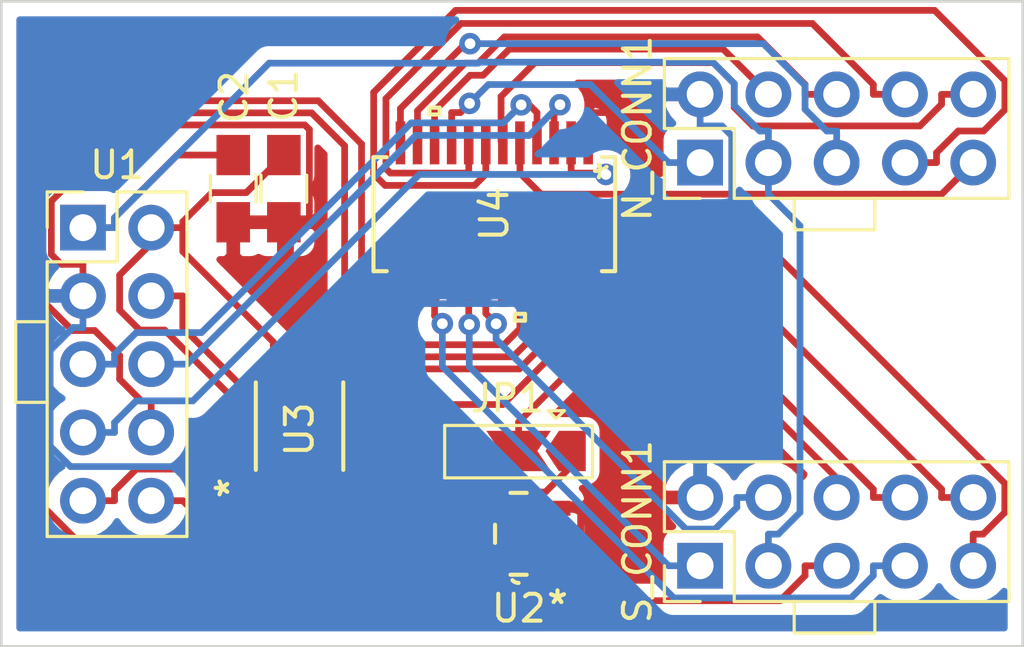
<source format=kicad_pcb>
(kicad_pcb (version 20171130) (host pcbnew "(5.1.6-0-10_14)")

  (general
    (thickness 1.6)
    (drawings 5)
    (tracks 312)
    (zones 0)
    (modules 9)
    (nets 31)
  )

  (page A4)
  (layers
    (0 F.Cu signal hide)
    (31 B.Cu signal hide)
    (32 B.Adhes user)
    (33 F.Adhes user)
    (34 B.Paste user)
    (35 F.Paste user)
    (36 B.SilkS user)
    (37 F.SilkS user)
    (38 B.Mask user)
    (39 F.Mask user)
    (40 Dwgs.User user hide)
    (41 Cmts.User user)
    (42 Eco1.User user)
    (43 Eco2.User user)
    (44 Edge.Cuts user)
    (45 Margin user)
    (46 B.CrtYd user)
    (47 F.CrtYd user)
    (48 B.Fab user)
    (49 F.Fab user hide)
  )

  (setup
    (last_trace_width 0.25)
    (trace_clearance 0.2)
    (zone_clearance 0.508)
    (zone_45_only no)
    (trace_min 0.2)
    (via_size 0.8)
    (via_drill 0.4)
    (via_min_size 0.4)
    (via_min_drill 0.3)
    (uvia_size 0.3)
    (uvia_drill 0.1)
    (uvias_allowed no)
    (uvia_min_size 0.2)
    (uvia_min_drill 0.1)
    (edge_width 0.1)
    (segment_width 0.2)
    (pcb_text_width 0.3)
    (pcb_text_size 1.5 1.5)
    (mod_edge_width 0.15)
    (mod_text_size 1 1)
    (mod_text_width 0.15)
    (pad_size 1.7 1.7)
    (pad_drill 1)
    (pad_to_mask_clearance 0)
    (aux_axis_origin 0 0)
    (visible_elements FFFFFF7F)
    (pcbplotparams
      (layerselection 0x010fc_ffffffff)
      (usegerberextensions true)
      (usegerberattributes true)
      (usegerberadvancedattributes true)
      (creategerberjobfile true)
      (excludeedgelayer true)
      (linewidth 0.100000)
      (plotframeref false)
      (viasonmask false)
      (mode 1)
      (useauxorigin false)
      (hpglpennumber 1)
      (hpglpenspeed 20)
      (hpglpendiameter 15.000000)
      (psnegative false)
      (psa4output false)
      (plotreference true)
      (plotvalue true)
      (plotinvisibletext false)
      (padsonsilk false)
      (subtractmaskfromsilk false)
      (outputformat 1)
      (mirror false)
      (drillshape 0)
      (scaleselection 1)
      (outputdirectory ""))
  )

  (net 0 "")
  (net 1 LED_PWM)
  (net 2 LED_BLANK)
  (net 3 "Net-(JP1-Pad3)")
  (net 4 N_LED_OUT2)
  (net 5 N_LED_OUT1)
  (net 6 N_LED_OUT4)
  (net 7 N_LED_OUT3)
  (net 8 N_LED_OUT7)
  (net 9 N_LED_OUT8)
  (net 10 N_LED_OUT6)
  (net 11 VCC_LED)
  (net 12 GND)
  (net 13 N_LED_OUT5)
  (net 14 S_LED_OUT5)
  (net 15 S_LED_OUT6)
  (net 16 S_LED_OUT8)
  (net 17 S_LED_OUT7)
  (net 18 S_LED_OUT3)
  (net 19 S_LED_OUT4)
  (net 20 S_LED_OUT1)
  (net 21 S_LED_OUT2)
  (net 22 I2C_SDA)
  (net 23 I2C_SCL)
  (net 24 LED_SPI_MISO)
  (net 25 LED_SPI_MOSI)
  (net 26 LED_SPI_SCLK)
  (net 27 LED_LAT)
  (net 28 VCC_LOGIC)
  (net 29 "Net-(U2-Pad1)")
  (net 30 /LED_IREF)

  (net_class Default "This is the default net class."
    (clearance 0.2)
    (trace_width 0.25)
    (via_dia 0.8)
    (via_drill 0.4)
    (uvia_dia 0.3)
    (uvia_drill 0.1)
    (add_net /LED_IREF)
    (add_net GND)
    (add_net I2C_SCL)
    (add_net I2C_SDA)
    (add_net LED_BLANK)
    (add_net LED_LAT)
    (add_net LED_PWM)
    (add_net LED_SPI_MISO)
    (add_net LED_SPI_MOSI)
    (add_net LED_SPI_SCLK)
    (add_net N_LED_OUT1)
    (add_net N_LED_OUT2)
    (add_net N_LED_OUT3)
    (add_net N_LED_OUT4)
    (add_net N_LED_OUT5)
    (add_net N_LED_OUT6)
    (add_net N_LED_OUT7)
    (add_net N_LED_OUT8)
    (add_net "Net-(JP1-Pad3)")
    (add_net "Net-(U2-Pad1)")
    (add_net S_LED_OUT1)
    (add_net S_LED_OUT2)
    (add_net S_LED_OUT3)
    (add_net S_LED_OUT4)
    (add_net S_LED_OUT5)
    (add_net S_LED_OUT6)
    (add_net S_LED_OUT7)
    (add_net S_LED_OUT8)
    (add_net VCC_LED)
    (add_net VCC_LOGIC)
  )

  (module Jumper:SolderJumper-3_P2.0mm_Open_TrianglePad1.0x1.5mm (layer F.Cu) (tedit 5A64803D) (tstamp 5F59D380)
    (at 103.245 85.7301 180)
    (descr "SMD Solder Jumper, 1x1.5mm Triangular Pads, 0.3mm gap, open")
    (tags "solder jumper open")
    (path /5F52B7EC)
    (attr virtual)
    (fp_text reference JP1 (at 0.4131 1.95836) (layer F.SilkS)
      (effects (font (size 1 1) (thickness 0.15)))
    )
    (fp_text value Jumper_3_Open (at 0.725 1.925) (layer F.Fab)
      (effects (font (size 1 1) (thickness 0.15)))
    )
    (fp_line (start 3 1.25) (end -2.98 1.25) (layer F.CrtYd) (width 0.05))
    (fp_line (start 3 1.25) (end 3 -1.27) (layer F.CrtYd) (width 0.05))
    (fp_line (start -2.98 -1.27) (end -2.98 1.25) (layer F.CrtYd) (width 0.05))
    (fp_line (start -2.98 -1.27) (end 3 -1.27) (layer F.CrtYd) (width 0.05))
    (fp_line (start -2.75 -1) (end 2.75 -1) (layer F.SilkS) (width 0.12))
    (fp_line (start 2.75 -1) (end 2.75 0.95) (layer F.SilkS) (width 0.12))
    (fp_line (start 2.75 0.95) (end -2.75 0.95) (layer F.SilkS) (width 0.12))
    (fp_line (start -2.75 0.95) (end -2.75 -1) (layer F.SilkS) (width 0.12))
    (fp_line (start -1.4 1.2) (end -1.7 1.5) (layer F.SilkS) (width 0.12))
    (fp_line (start -1.7 1.5) (end -1.1 1.5) (layer F.SilkS) (width 0.12))
    (fp_line (start -1.1 1.5) (end -1.4 1.2) (layer F.SilkS) (width 0.12))
    (pad "" smd rect (at 1.2 0 180) (size 1.5 1.5) (layers F.Mask))
    (pad "" smd rect (at -1.2 0 180) (size 1.5 1.5) (layers F.Mask))
    (pad 1 smd custom (at -2 0 180) (size 0.3 0.3) (layers F.Cu F.Mask)
      (net 1 LED_PWM) (zone_connect 2)
      (options (clearance outline) (anchor rect))
      (primitives
        (gr_poly (pts
           (xy -0.5 -0.75) (xy 0.5 -0.75) (xy 1 0) (xy 0.5 0.75) (xy -0.5 0.75)
) (width 0))
      ))
    (pad 2 smd custom (at 0 0 180) (size 0.3 0.3) (layers F.Cu)
      (net 2 LED_BLANK) (zone_connect 2)
      (options (clearance outline) (anchor rect))
      (primitives
        (gr_poly (pts
           (xy -1.2 -0.75) (xy 1.2 -0.75) (xy 0.7 0) (xy 1.2 0.75) (xy -1.2 0.75)
           (xy -0.7 0)) (width 0))
      ))
    (pad 3 smd custom (at 2 0) (size 0.3 0.3) (layers F.Cu F.Mask)
      (net 3 "Net-(JP1-Pad3)") (zone_connect 2)
      (options (clearance outline) (anchor rect))
      (primitives
        (gr_poly (pts
           (xy -0.5 -0.75) (xy 0.5 -0.75) (xy 1 0) (xy 0.5 0.75) (xy -0.5 0.75)
) (width 0))
      ))
  )

  (module Ninja-qPCR:Con_2x05 (layer F.Cu) (tedit 5F583882) (tstamp 5F59D3A3)
    (at 110 75 90)
    (descr "Through hole straight pin header, 2x05, 2.54mm pitch, double rows")
    (tags "Through hole pin header THT 2x05 2.54mm double row")
    (path /5F4662F5)
    (fp_text reference N_CONN1 (at 1.27 -2.33 90) (layer F.SilkS)
      (effects (font (size 1 1) (thickness 0.15)))
    )
    (fp_text value Conn_02x05 (at 1.27 12.49 90) (layer F.Fab)
      (effects (font (size 1 1) (thickness 0.15)))
    )
    (fp_line (start -2.5 6.5) (end -1.33 6.5) (layer F.SilkS) (width 0.12))
    (fp_line (start -2.5 3.5) (end -2.5 6.5) (layer F.SilkS) (width 0.12))
    (fp_line (start -1.33 3.5) (end -2.5 3.5) (layer F.SilkS) (width 0.12))
    (fp_line (start 0 -1.27) (end 3.81 -1.27) (layer F.Fab) (width 0.1))
    (fp_line (start 3.81 -1.27) (end 3.81 11.43) (layer F.Fab) (width 0.1))
    (fp_line (start 3.81 11.43) (end -1.27 11.43) (layer F.Fab) (width 0.1))
    (fp_line (start -1.27 11.43) (end -1.27 0) (layer F.Fab) (width 0.1))
    (fp_line (start -1.27 0) (end 0 -1.27) (layer F.Fab) (width 0.1))
    (fp_line (start -1.33 11.49) (end 3.87 11.49) (layer F.SilkS) (width 0.12))
    (fp_line (start -1.33 1.27) (end -1.33 11.49) (layer F.SilkS) (width 0.12))
    (fp_line (start 3.87 -1.33) (end 3.87 11.49) (layer F.SilkS) (width 0.12))
    (fp_line (start -1.33 1.27) (end 1.27 1.27) (layer F.SilkS) (width 0.12))
    (fp_line (start 1.27 1.27) (end 1.27 -1.33) (layer F.SilkS) (width 0.12))
    (fp_line (start 1.27 -1.33) (end 3.87 -1.33) (layer F.SilkS) (width 0.12))
    (fp_line (start -1.33 0) (end -1.33 -1.33) (layer F.SilkS) (width 0.12))
    (fp_line (start -1.33 -1.33) (end 0 -1.33) (layer F.SilkS) (width 0.12))
    (fp_line (start -1.8 -1.8) (end -1.8 11.95) (layer F.CrtYd) (width 0.05))
    (fp_line (start -1.8 11.95) (end 4.35 11.95) (layer F.CrtYd) (width 0.05))
    (fp_line (start 4.35 11.95) (end 4.35 -1.8) (layer F.CrtYd) (width 0.05))
    (fp_line (start 4.35 -1.8) (end -1.8 -1.8) (layer F.CrtYd) (width 0.05))
    (fp_text user %R (at 1.27 5.08) (layer F.Fab)
      (effects (font (size 1 1) (thickness 0.15)))
    )
    (pad 10 thru_hole oval (at 2.54 10.16 90) (size 1.7 1.7) (drill 1) (layers *.Cu *.Mask)
      (net 4 N_LED_OUT2))
    (pad 9 thru_hole oval (at 0 10.16 90) (size 1.7 1.7) (drill 1) (layers *.Cu *.Mask)
      (net 5 N_LED_OUT1))
    (pad 8 thru_hole oval (at 2.54 7.62 90) (size 1.7 1.7) (drill 1) (layers *.Cu *.Mask)
      (net 6 N_LED_OUT4))
    (pad 7 thru_hole oval (at 0 7.62 90) (size 1.7 1.7) (drill 1) (layers *.Cu *.Mask)
      (net 7 N_LED_OUT3))
    (pad 6 thru_hole oval (at 2.54 5.08 90) (size 1.7 1.7) (drill 1) (layers *.Cu *.Mask)
      (net 8 N_LED_OUT7))
    (pad 5 thru_hole oval (at 0 5.08 90) (size 1.7 1.7) (drill 1) (layers *.Cu *.Mask)
      (net 9 N_LED_OUT8))
    (pad 4 thru_hole oval (at 2.54 2.54 90) (size 1.7 1.7) (drill 1) (layers *.Cu *.Mask)
      (net 10 N_LED_OUT6))
    (pad 3 thru_hole oval (at 0 2.54 90) (size 1.7 1.7) (drill 1) (layers *.Cu *.Mask)
      (net 11 VCC_LED))
    (pad 2 thru_hole oval (at 2.54 0 90) (size 1.7 1.7) (drill 1) (layers *.Cu *.Mask)
      (net 12 GND))
    (pad 1 thru_hole rect (at 0 0 90) (size 1.7 1.7) (drill 1) (layers *.Cu *.Mask)
      (net 13 N_LED_OUT5))
    (model ${KISYS3DMOD}/Pin_Headers.3dshapes/Pin_Header_Straight_2x05_Pitch2.54mm.wrl
      (at (xyz 0 0 0))
      (scale (xyz 1 1 1))
      (rotate (xyz 0 0 0))
    )
  )

  (module Ninja-qPCR:Con_2x05 (layer F.Cu) (tedit 5F59D471) (tstamp 5F59D3C6)
    (at 110 90 90)
    (descr "Through hole straight pin header, 2x05, 2.54mm pitch, double rows")
    (tags "Through hole pin header THT 2x05 2.54mm double row")
    (path /5F48CD23)
    (fp_text reference S_CONN1 (at 1.27 -2.33 90) (layer F.SilkS)
      (effects (font (size 1 1) (thickness 0.15)))
    )
    (fp_text value Conn_02x05 (at 1.27 12.49 90) (layer F.Fab)
      (effects (font (size 1 1) (thickness 0.15)))
    )
    (fp_line (start 4.35 -1.8) (end -1.8 -1.8) (layer F.CrtYd) (width 0.05))
    (fp_line (start 4.35 11.95) (end 4.35 -1.8) (layer F.CrtYd) (width 0.05))
    (fp_line (start -1.8 11.95) (end 4.35 11.95) (layer F.CrtYd) (width 0.05))
    (fp_line (start -1.8 -1.8) (end -1.8 11.95) (layer F.CrtYd) (width 0.05))
    (fp_line (start -1.33 -1.33) (end 0 -1.33) (layer F.SilkS) (width 0.12))
    (fp_line (start -1.33 0) (end -1.33 -1.33) (layer F.SilkS) (width 0.12))
    (fp_line (start 1.27 -1.33) (end 3.87 -1.33) (layer F.SilkS) (width 0.12))
    (fp_line (start 1.27 1.27) (end 1.27 -1.33) (layer F.SilkS) (width 0.12))
    (fp_line (start -1.33 1.27) (end 1.27 1.27) (layer F.SilkS) (width 0.12))
    (fp_line (start 3.87 -1.33) (end 3.87 11.49) (layer F.SilkS) (width 0.12))
    (fp_line (start -1.33 1.27) (end -1.33 11.49) (layer F.SilkS) (width 0.12))
    (fp_line (start -1.33 11.49) (end 3.87 11.49) (layer F.SilkS) (width 0.12))
    (fp_line (start -1.27 0) (end 0 -1.27) (layer F.Fab) (width 0.1))
    (fp_line (start -1.27 11.43) (end -1.27 0) (layer F.Fab) (width 0.1))
    (fp_line (start 3.81 11.43) (end -1.27 11.43) (layer F.Fab) (width 0.1))
    (fp_line (start 3.81 -1.27) (end 3.81 11.43) (layer F.Fab) (width 0.1))
    (fp_line (start 0 -1.27) (end 3.81 -1.27) (layer F.Fab) (width 0.1))
    (fp_line (start -1.33 3.5) (end -2.5 3.5) (layer F.SilkS) (width 0.12))
    (fp_line (start -2.5 3.5) (end -2.5 6.5) (layer F.SilkS) (width 0.12))
    (fp_line (start -2.5 6.5) (end -1.33 6.5) (layer F.SilkS) (width 0.12))
    (fp_text user %R (at 1.27 5.08) (layer F.Fab)
      (effects (font (size 1 1) (thickness 0.15)))
    )
    (pad 1 thru_hole rect (at 0 0 90) (size 1.7 1.7) (drill 1) (layers *.Cu *.Mask)
      (net 14 S_LED_OUT5))
    (pad 2 thru_hole oval (at 2.54 0 90) (size 1.7 1.7) (drill 1) (layers *.Cu *.Mask)
      (net 12 GND))
    (pad 3 thru_hole oval (at 0 2.54 90) (size 1.7 1.7) (drill 1) (layers *.Cu *.Mask)
      (net 11 VCC_LED))
    (pad 4 thru_hole oval (at 2.54 2.54 90) (size 1.7 1.7) (drill 1) (layers *.Cu *.Mask)
      (net 15 S_LED_OUT6))
    (pad 5 thru_hole oval (at 0 5.08 90) (size 1.7 1.7) (drill 1) (layers *.Cu *.Mask)
      (net 16 S_LED_OUT8))
    (pad 6 thru_hole oval (at 2.54 5.08 90) (size 1.7 1.7) (drill 1) (layers *.Cu *.Mask)
      (net 17 S_LED_OUT7))
    (pad 7 thru_hole oval (at 0 7.62 90) (size 1.7 1.7) (drill 1) (layers *.Cu *.Mask)
      (net 18 S_LED_OUT3))
    (pad 8 thru_hole oval (at 2.54 7.62 90) (size 1.7 1.7) (drill 1) (layers *.Cu *.Mask)
      (net 19 S_LED_OUT4))
    (pad 9 thru_hole oval (at 0 10.16 90) (size 1.7 1.7) (drill 1) (layers *.Cu *.Mask)
      (net 20 S_LED_OUT1))
    (pad 10 thru_hole oval (at 2.54 10.16 90) (size 1.7 1.7) (drill 1) (layers *.Cu *.Mask)
      (net 21 S_LED_OUT2))
    (model ${KISYS3DMOD}/Pin_Headers.3dshapes/Pin_Header_Straight_2x05_Pitch2.54mm.wrl
      (at (xyz 0 0 0))
      (scale (xyz 1 1 1))
      (rotate (xyz 0 0 0))
    )
  )

  (module Ninja-qPCR:Con_2x05 (layer F.Cu) (tedit 5F583882) (tstamp 5F59D3E9)
    (at 87.0356 77.42)
    (descr "Through hole straight pin header, 2x05, 2.54mm pitch, double rows")
    (tags "Through hole pin header THT 2x05 2.54mm double row")
    (path /5F50BB06)
    (fp_text reference U1 (at 1.27 -2.33) (layer F.SilkS)
      (effects (font (size 1 1) (thickness 0.15)))
    )
    (fp_text value Conn_02x05 (at 1.27 12.49) (layer F.Fab)
      (effects (font (size 1 1) (thickness 0.15)))
    )
    (fp_line (start -2.5 6.5) (end -1.33 6.5) (layer F.SilkS) (width 0.12))
    (fp_line (start -2.5 3.5) (end -2.5 6.5) (layer F.SilkS) (width 0.12))
    (fp_line (start -1.33 3.5) (end -2.5 3.5) (layer F.SilkS) (width 0.12))
    (fp_line (start 0 -1.27) (end 3.81 -1.27) (layer F.Fab) (width 0.1))
    (fp_line (start 3.81 -1.27) (end 3.81 11.43) (layer F.Fab) (width 0.1))
    (fp_line (start 3.81 11.43) (end -1.27 11.43) (layer F.Fab) (width 0.1))
    (fp_line (start -1.27 11.43) (end -1.27 0) (layer F.Fab) (width 0.1))
    (fp_line (start -1.27 0) (end 0 -1.27) (layer F.Fab) (width 0.1))
    (fp_line (start -1.33 11.49) (end 3.87 11.49) (layer F.SilkS) (width 0.12))
    (fp_line (start -1.33 1.27) (end -1.33 11.49) (layer F.SilkS) (width 0.12))
    (fp_line (start 3.87 -1.33) (end 3.87 11.49) (layer F.SilkS) (width 0.12))
    (fp_line (start -1.33 1.27) (end 1.27 1.27) (layer F.SilkS) (width 0.12))
    (fp_line (start 1.27 1.27) (end 1.27 -1.33) (layer F.SilkS) (width 0.12))
    (fp_line (start 1.27 -1.33) (end 3.87 -1.33) (layer F.SilkS) (width 0.12))
    (fp_line (start -1.33 0) (end -1.33 -1.33) (layer F.SilkS) (width 0.12))
    (fp_line (start -1.33 -1.33) (end 0 -1.33) (layer F.SilkS) (width 0.12))
    (fp_line (start -1.8 -1.8) (end -1.8 11.95) (layer F.CrtYd) (width 0.05))
    (fp_line (start -1.8 11.95) (end 4.35 11.95) (layer F.CrtYd) (width 0.05))
    (fp_line (start 4.35 11.95) (end 4.35 -1.8) (layer F.CrtYd) (width 0.05))
    (fp_line (start 4.35 -1.8) (end -1.8 -1.8) (layer F.CrtYd) (width 0.05))
    (fp_text user %R (at 1.27 5.08 90) (layer F.Fab)
      (effects (font (size 1 1) (thickness 0.15)))
    )
    (pad 10 thru_hole oval (at 2.54 10.16) (size 1.7 1.7) (drill 1) (layers *.Cu *.Mask)
      (net 22 I2C_SDA))
    (pad 9 thru_hole oval (at 0 10.16) (size 1.7 1.7) (drill 1) (layers *.Cu *.Mask)
      (net 23 I2C_SCL))
    (pad 8 thru_hole oval (at 2.54 7.62) (size 1.7 1.7) (drill 1) (layers *.Cu *.Mask)
      (net 24 LED_SPI_MISO))
    (pad 7 thru_hole oval (at 0 7.62) (size 1.7 1.7) (drill 1) (layers *.Cu *.Mask)
      (net 25 LED_SPI_MOSI))
    (pad 6 thru_hole oval (at 2.54 5.08) (size 1.7 1.7) (drill 1) (layers *.Cu *.Mask)
      (net 26 LED_SPI_SCLK))
    (pad 5 thru_hole oval (at 0 5.08) (size 1.7 1.7) (drill 1) (layers *.Cu *.Mask)
      (net 27 LED_LAT))
    (pad 4 thru_hole oval (at 2.54 2.54) (size 1.7 1.7) (drill 1) (layers *.Cu *.Mask)
      (net 1 LED_PWM))
    (pad 3 thru_hole oval (at 0 2.54) (size 1.7 1.7) (drill 1) (layers *.Cu *.Mask)
      (net 12 GND))
    (pad 2 thru_hole oval (at 2.54 0) (size 1.7 1.7) (drill 1) (layers *.Cu *.Mask)
      (net 28 VCC_LOGIC))
    (pad 1 thru_hole rect (at 0 0) (size 1.7 1.7) (drill 1) (layers *.Cu *.Mask)
      (net 11 VCC_LED))
    (model ${KISYS3DMOD}/Pin_Headers.3dshapes/Pin_Header_Straight_2x05_Pitch2.54mm.wrl
      (at (xyz 0 0 0))
      (scale (xyz 1 1 1))
      (rotate (xyz 0 0 0))
    )
  )

  (module Ninja-qPCR:SN74LVC1G04DBVR (layer F.Cu) (tedit 0) (tstamp 5F59D418)
    (at 103.245 88.8111 180)
    (path /5F51ACBA)
    (fp_text reference U2 (at -0.006 -2.77622) (layer F.SilkS)
      (effects (font (size 1 1) (thickness 0.15)))
    )
    (fp_text value SN74LVC1G04DBVR (at 0 0) (layer F.SilkS) hide
      (effects (font (size 1 1) (thickness 0.15)))
    )
    (fp_line (start 2.1844 1.778) (end -2.1844 1.778) (layer F.CrtYd) (width 0.1524))
    (fp_line (start 2.1844 -1.778) (end 2.1844 1.778) (layer F.CrtYd) (width 0.1524))
    (fp_line (start -2.1844 -1.778) (end 2.1844 -1.778) (layer F.CrtYd) (width 0.1524))
    (fp_line (start -2.1844 1.778) (end -2.1844 -1.778) (layer F.CrtYd) (width 0.1524))
    (fp_line (start 1.4986 -1.204) (end 0.8763 -1.204) (layer F.Fab) (width 0.1524))
    (fp_line (start 1.4986 -0.696) (end 1.4986 -1.204) (layer F.Fab) (width 0.1524))
    (fp_line (start 0.8763 -0.696) (end 1.4986 -0.696) (layer F.Fab) (width 0.1524))
    (fp_line (start 0.8763 -1.204) (end 0.8763 -0.696) (layer F.Fab) (width 0.1524))
    (fp_line (start 1.4986 0.696) (end 0.8763 0.696) (layer F.Fab) (width 0.1524))
    (fp_line (start 1.4986 1.204) (end 1.4986 0.696) (layer F.Fab) (width 0.1524))
    (fp_line (start 0.8763 1.204) (end 1.4986 1.204) (layer F.Fab) (width 0.1524))
    (fp_line (start 0.8763 0.696) (end 0.8763 1.204) (layer F.Fab) (width 0.1524))
    (fp_line (start -1.4986 1.204) (end -0.8763 1.204) (layer F.Fab) (width 0.1524))
    (fp_line (start -1.4986 0.696) (end -1.4986 1.204) (layer F.Fab) (width 0.1524))
    (fp_line (start -0.8763 0.696) (end -1.4986 0.696) (layer F.Fab) (width 0.1524))
    (fp_line (start -0.8763 1.204) (end -0.8763 0.696) (layer F.Fab) (width 0.1524))
    (fp_line (start -1.4986 0.254) (end -0.8763 0.254) (layer F.Fab) (width 0.1524))
    (fp_line (start -1.4986 -0.254) (end -1.4986 0.254) (layer F.Fab) (width 0.1524))
    (fp_line (start -0.8763 -0.254) (end -1.4986 -0.254) (layer F.Fab) (width 0.1524))
    (fp_line (start -0.8763 0.254) (end -0.8763 -0.254) (layer F.Fab) (width 0.1524))
    (fp_line (start -1.4986 -0.696) (end -0.8763 -0.696) (layer F.Fab) (width 0.1524))
    (fp_line (start -1.4986 -1.204) (end -1.4986 -0.696) (layer F.Fab) (width 0.1524))
    (fp_line (start -0.8763 -1.204) (end -1.4986 -1.204) (layer F.Fab) (width 0.1524))
    (fp_line (start -0.8763 -0.696) (end -0.8763 -1.204) (layer F.Fab) (width 0.1524))
    (fp_line (start -0.8763 -1.524) (end -0.8763 1.524) (layer F.Fab) (width 0.1524))
    (fp_line (start 0.8763 -1.524) (end -0.8763 -1.524) (layer F.Fab) (width 0.1524))
    (fp_line (start 0.8763 1.524) (end 0.8763 -1.524) (layer F.Fab) (width 0.1524))
    (fp_line (start -0.8763 1.524) (end 0.8763 1.524) (layer F.Fab) (width 0.1524))
    (fp_line (start 0.302516 -1.524) (end -0.302516 -1.524) (layer F.SilkS) (width 0.1524))
    (fp_line (start 0.8763 0.337861) (end 0.8763 -0.337861) (layer F.SilkS) (width 0.1524))
    (fp_line (start -0.302516 1.524) (end 0.302516 1.524) (layer F.SilkS) (width 0.1524))
    (fp_arc (start 0 -1.524) (end 0.3048 -1.524) (angle 180) (layer F.Fab) (width 0.1524))
    (fp_arc (start 0 -1.524) (end 0 -1.8288) (angle 48.370041) (layer F.SilkS) (width 0.1524))
    (fp_text user * (at -1.4478 -2.6518) (layer F.SilkS)
      (effects (font (size 1 1) (thickness 0.15)))
    )
    (fp_text user * (at -1.4478 -2.6518) (layer F.Fab)
      (effects (font (size 1 1) (thickness 0.15)))
    )
    (fp_text user * (at -1.4478 -2.6518) (layer F.Fab)
      (effects (font (size 1 1) (thickness 0.15)))
    )
    (fp_text user * (at -1.4478 -2.6518) (layer F.SilkS)
      (effects (font (size 1 1) (thickness 0.15)))
    )
    (fp_text user "Copyright 2016 Accelerated Designs. All rights reserved." (at 0 0) (layer Cmts.User)
      (effects (font (size 0.127 0.127) (thickness 0.002)))
    )
    (pad 5 smd rect (at 1.1938 -0.950001 180) (size 1.4732 0.5588) (layers F.Cu F.Paste F.Mask)
      (net 28 VCC_LOGIC))
    (pad 4 smd rect (at 1.1938 0.950001 180) (size 1.4732 0.5588) (layers F.Cu F.Paste F.Mask)
      (net 3 "Net-(JP1-Pad3)"))
    (pad 3 smd rect (at -1.1938 0.950001 180) (size 1.4732 0.5588) (layers F.Cu F.Paste F.Mask)
      (net 12 GND))
    (pad 2 smd rect (at -1.1938 0 180) (size 1.4732 0.5588) (layers F.Cu F.Paste F.Mask)
      (net 1 LED_PWM))
    (pad 1 smd rect (at -1.1938 -0.950001 180) (size 1.4732 0.5588) (layers F.Cu F.Paste F.Mask)
      (net 29 "Net-(U2-Pad1)"))
  )

  (module Ninja-qPCR:MCP4551T-502E&slash_MS (layer F.Cu) (tedit 0) (tstamp 5F59E406)
    (at 95.0951 84.8055 90)
    (path /5F45FB9E)
    (fp_text reference U3 (at -0.12194 -0.00258 90) (layer F.SilkS)
      (effects (font (size 1 1) (thickness 0.15)))
    )
    (fp_text value MCP4551T-502E_MS (at 0 0 90) (layer F.SilkS) hide
      (effects (font (size 1 1) (thickness 0.15)))
    )
    (fp_line (start -1.754 1.4576) (end -3.0596 1.4576) (layer F.CrtYd) (width 0.1524))
    (fp_line (start -1.754 1.754) (end -1.754 1.4576) (layer F.CrtYd) (width 0.1524))
    (fp_line (start 1.754 1.754) (end -1.754 1.754) (layer F.CrtYd) (width 0.1524))
    (fp_line (start 1.754 1.4576) (end 1.754 1.754) (layer F.CrtYd) (width 0.1524))
    (fp_line (start 3.0596 1.4576) (end 1.754 1.4576) (layer F.CrtYd) (width 0.1524))
    (fp_line (start 3.0596 -1.4576) (end 3.0596 1.4576) (layer F.CrtYd) (width 0.1524))
    (fp_line (start 1.754 -1.4576) (end 3.0596 -1.4576) (layer F.CrtYd) (width 0.1524))
    (fp_line (start 1.754 -1.754) (end 1.754 -1.4576) (layer F.CrtYd) (width 0.1524))
    (fp_line (start -1.754 -1.754) (end 1.754 -1.754) (layer F.CrtYd) (width 0.1524))
    (fp_line (start -1.754 -1.4576) (end -1.754 -1.754) (layer F.CrtYd) (width 0.1524))
    (fp_line (start -3.0596 -1.4576) (end -1.754 -1.4576) (layer F.CrtYd) (width 0.1524))
    (fp_line (start -3.0596 1.4576) (end -3.0596 -1.4576) (layer F.CrtYd) (width 0.1524))
    (fp_line (start -1.5 -1.5) (end -1.5 1.5) (layer F.Fab) (width 0.1524))
    (fp_line (start 1.5 -1.5) (end -1.5 -1.5) (layer F.Fab) (width 0.1524))
    (fp_line (start 1.5 1.5) (end 1.5 -1.5) (layer F.Fab) (width 0.1524))
    (fp_line (start -1.5 1.5) (end 1.5 1.5) (layer F.Fab) (width 0.1524))
    (fp_line (start 1.627 -1.627) (end -1.627 -1.627) (layer F.SilkS) (width 0.1524))
    (fp_line (start -1.627 1.627) (end 1.627 1.627) (layer F.SilkS) (width 0.1524))
    (fp_line (start 2.45 -1.1782) (end 1.5 -1.1782) (layer F.Fab) (width 0.1524))
    (fp_line (start 2.45 -0.7718) (end 2.45 -1.1782) (layer F.Fab) (width 0.1524))
    (fp_line (start 1.5 -0.7718) (end 2.45 -0.7718) (layer F.Fab) (width 0.1524))
    (fp_line (start 1.5 -1.1782) (end 1.5 -0.7718) (layer F.Fab) (width 0.1524))
    (fp_line (start 2.45 -0.5282) (end 1.5 -0.5282) (layer F.Fab) (width 0.1524))
    (fp_line (start 2.45 -0.1218) (end 2.45 -0.5282) (layer F.Fab) (width 0.1524))
    (fp_line (start 1.5 -0.1218) (end 2.45 -0.1218) (layer F.Fab) (width 0.1524))
    (fp_line (start 1.5 -0.5282) (end 1.5 -0.1218) (layer F.Fab) (width 0.1524))
    (fp_line (start 2.45 0.1218) (end 1.5 0.1218) (layer F.Fab) (width 0.1524))
    (fp_line (start 2.45 0.5282) (end 2.45 0.1218) (layer F.Fab) (width 0.1524))
    (fp_line (start 1.5 0.5282) (end 2.45 0.5282) (layer F.Fab) (width 0.1524))
    (fp_line (start 1.5 0.1218) (end 1.5 0.5282) (layer F.Fab) (width 0.1524))
    (fp_line (start 2.45 0.7718) (end 1.5 0.7718) (layer F.Fab) (width 0.1524))
    (fp_line (start 2.45 1.1782) (end 2.45 0.7718) (layer F.Fab) (width 0.1524))
    (fp_line (start 1.5 1.1782) (end 2.45 1.1782) (layer F.Fab) (width 0.1524))
    (fp_line (start 1.5 0.7718) (end 1.5 1.1782) (layer F.Fab) (width 0.1524))
    (fp_line (start -2.45 1.1782) (end -1.5 1.1782) (layer F.Fab) (width 0.1524))
    (fp_line (start -2.45 0.7718) (end -2.45 1.1782) (layer F.Fab) (width 0.1524))
    (fp_line (start -1.5 0.7718) (end -2.45 0.7718) (layer F.Fab) (width 0.1524))
    (fp_line (start -1.5 1.1782) (end -1.5 0.7718) (layer F.Fab) (width 0.1524))
    (fp_line (start -2.45 0.5282) (end -1.5 0.5282) (layer F.Fab) (width 0.1524))
    (fp_line (start -2.45 0.1218) (end -2.45 0.5282) (layer F.Fab) (width 0.1524))
    (fp_line (start -1.5 0.1218) (end -2.45 0.1218) (layer F.Fab) (width 0.1524))
    (fp_line (start -1.5 0.5282) (end -1.5 0.1218) (layer F.Fab) (width 0.1524))
    (fp_line (start -2.45 -0.1218) (end -1.5 -0.1218) (layer F.Fab) (width 0.1524))
    (fp_line (start -2.45 -0.5282) (end -2.45 -0.1218) (layer F.Fab) (width 0.1524))
    (fp_line (start -1.5 -0.5282) (end -2.45 -0.5282) (layer F.Fab) (width 0.1524))
    (fp_line (start -1.5 -0.1218) (end -1.5 -0.5282) (layer F.Fab) (width 0.1524))
    (fp_line (start -2.45 -0.7718) (end -1.5 -0.7718) (layer F.Fab) (width 0.1524))
    (fp_line (start -2.45 -1.1782) (end -2.45 -0.7718) (layer F.Fab) (width 0.1524))
    (fp_line (start -1.5 -1.1782) (end -2.45 -1.1782) (layer F.Fab) (width 0.1524))
    (fp_line (start -1.5 -0.7718) (end -1.5 -1.1782) (layer F.Fab) (width 0.1524))
    (fp_arc (start 0 -1.5) (end 0.3048 -1.5) (angle 180) (layer F.Fab) (width 0.1524))
    (fp_text user * (at -1.119 -1.4238 90) (layer F.Fab)
      (effects (font (size 1 1) (thickness 0.15)))
    )
    (fp_text user * (at -2.2976 -2.5752 90) (layer F.SilkS)
      (effects (font (size 1 1) (thickness 0.15)))
    )
    (fp_text user 0.06in/1.524mm (at -2.0436 3.913 90) (layer Dwgs.User)
      (effects (font (size 1 1) (thickness 0.15)))
    )
    (fp_text user 0.161in/4.087mm (at 0 -3.913 90) (layer Dwgs.User)
      (effects (font (size 1 1) (thickness 0.15)))
    )
    (fp_text user 0.018in/0.457mm (at 5.0916 -0.975 90) (layer Dwgs.User)
      (effects (font (size 1 1) (thickness 0.15)))
    )
    (fp_text user 0.026in/0.65mm (at -5.0916 -0.65 90) (layer Dwgs.User)
      (effects (font (size 1 1) (thickness 0.15)))
    )
    (fp_text user * (at -1.119 -1.4238 90) (layer F.Fab)
      (effects (font (size 1 1) (thickness 0.15)))
    )
    (fp_text user * (at -2.2976 -2.5752 90) (layer F.SilkS)
      (effects (font (size 1 1) (thickness 0.15)))
    )
    (fp_text user "Copyright 2016 Accelerated Designs. All rights reserved." (at 0 0 90) (layer Cmts.User)
      (effects (font (size 0.127 0.127) (thickness 0.002)))
    )
    (pad 8 smd rect (at 2.0436 -0.974999 90) (size 1.524 0.4572) (layers F.Cu F.Paste F.Mask)
      (net 28 VCC_LOGIC))
    (pad 7 smd rect (at 2.0436 -0.325001 90) (size 1.524 0.4572) (layers F.Cu F.Paste F.Mask)
      (net 12 GND))
    (pad 6 smd rect (at 2.0436 0.325001 90) (size 1.524 0.4572) (layers F.Cu F.Paste F.Mask)
      (net 30 /LED_IREF))
    (pad 5 smd rect (at 2.0436 0.974999 90) (size 1.524 0.4572) (layers F.Cu F.Paste F.Mask)
      (net 28 VCC_LOGIC))
    (pad 4 smd rect (at -2.0436 0.974999 90) (size 1.524 0.4572) (layers F.Cu F.Paste F.Mask)
      (net 12 GND))
    (pad 3 smd rect (at -2.0436 0.325001 90) (size 1.524 0.4572) (layers F.Cu F.Paste F.Mask)
      (net 22 I2C_SDA))
    (pad 2 smd rect (at -2.0436 -0.325001 90) (size 1.524 0.4572) (layers F.Cu F.Paste F.Mask)
      (net 23 I2C_SCL))
    (pad 1 smd rect (at -2.0436 -0.974999 90) (size 1.524 0.4572) (layers F.Cu F.Paste F.Mask)
      (net 28 VCC_LOGIC))
  )

  (module Ninja-qPCR:TLC59281DBQR (layer F.Cu) (tedit 0) (tstamp 5F59D504)
    (at 102.342 76.9188 270)
    (path /5F4603C2)
    (fp_text reference U4 (at 0 0 90) (layer F.SilkS)
      (effects (font (size 1 1) (thickness 0.15)))
    )
    (fp_text value TLC59281DBQR (at 0 0 90) (layer F.SilkS) hide
      (effects (font (size 1 1) (thickness 0.15)))
    )
    (fp_line (start -2.2479 3.8608) (end -3.7084 3.8608) (layer F.CrtYd) (width 0.1524))
    (fp_line (start -2.2479 4.6228) (end -2.2479 3.8608) (layer F.CrtYd) (width 0.1524))
    (fp_line (start 2.2479 4.6228) (end -2.2479 4.6228) (layer F.CrtYd) (width 0.1524))
    (fp_line (start 2.2479 3.8608) (end 2.2479 4.6228) (layer F.CrtYd) (width 0.1524))
    (fp_line (start 3.7084 3.8608) (end 2.2479 3.8608) (layer F.CrtYd) (width 0.1524))
    (fp_line (start 3.7084 -3.8608) (end 3.7084 3.8608) (layer F.CrtYd) (width 0.1524))
    (fp_line (start 2.2479 -3.8608) (end 3.7084 -3.8608) (layer F.CrtYd) (width 0.1524))
    (fp_line (start 2.2479 -4.6228) (end 2.2479 -3.8608) (layer F.CrtYd) (width 0.1524))
    (fp_line (start -2.2479 -4.6228) (end 2.2479 -4.6228) (layer F.CrtYd) (width 0.1524))
    (fp_line (start -2.2479 -3.8608) (end -2.2479 -4.6228) (layer F.CrtYd) (width 0.1524))
    (fp_line (start -3.7084 -3.8608) (end -2.2479 -3.8608) (layer F.CrtYd) (width 0.1524))
    (fp_line (start -3.7084 3.8608) (end -3.7084 -3.8608) (layer F.CrtYd) (width 0.1524))
    (fp_line (start 3.7084 -1.143) (end 3.9624 -1.143) (layer F.SilkS) (width 0.1524))
    (fp_line (start 3.7084 -0.762) (end 3.7084 -1.143) (layer F.SilkS) (width 0.1524))
    (fp_line (start 3.9624 -0.762) (end 3.7084 -0.762) (layer F.SilkS) (width 0.1524))
    (fp_line (start 3.9624 -1.143) (end 3.9624 -0.762) (layer F.SilkS) (width 0.1524))
    (fp_line (start -3.7084 2.032) (end -3.9624 2.032) (layer F.SilkS) (width 0.1524))
    (fp_line (start -3.7084 2.413) (end -3.7084 2.032) (layer F.SilkS) (width 0.1524))
    (fp_line (start -3.9624 2.413) (end -3.7084 2.413) (layer F.SilkS) (width 0.1524))
    (fp_line (start -3.9624 2.032) (end -3.9624 2.413) (layer F.SilkS) (width 0.1524))
    (fp_line (start 2.1209 -4.00304) (end 2.1209 -4.4958) (layer F.SilkS) (width 0.1524))
    (fp_line (start -2.1209 4.00304) (end -2.1209 4.4958) (layer F.SilkS) (width 0.1524))
    (fp_line (start -1.9939 -4.3688) (end -1.9939 4.3688) (layer F.Fab) (width 0.1524))
    (fp_line (start 1.9939 -4.3688) (end -1.9939 -4.3688) (layer F.Fab) (width 0.1524))
    (fp_line (start 1.9939 4.3688) (end 1.9939 -4.3688) (layer F.Fab) (width 0.1524))
    (fp_line (start -1.9939 4.3688) (end 1.9939 4.3688) (layer F.Fab) (width 0.1524))
    (fp_line (start -2.1209 -4.4958) (end -2.1209 -4.00304) (layer F.SilkS) (width 0.1524))
    (fp_line (start 2.1209 -4.4958) (end -2.1209 -4.4958) (layer F.SilkS) (width 0.1524))
    (fp_line (start 2.1209 4.4958) (end 2.1209 4.00304) (layer F.SilkS) (width 0.1524))
    (fp_line (start -2.1209 4.4958) (end 2.1209 4.4958) (layer F.SilkS) (width 0.1524))
    (fp_line (start 3.0988 -3.6449) (end 1.9939 -3.6449) (layer F.Fab) (width 0.1524))
    (fp_line (start 3.0988 -3.3401) (end 3.0988 -3.6449) (layer F.Fab) (width 0.1524))
    (fp_line (start 1.9939 -3.3401) (end 3.0988 -3.3401) (layer F.Fab) (width 0.1524))
    (fp_line (start 1.9939 -3.6449) (end 1.9939 -3.3401) (layer F.Fab) (width 0.1524))
    (fp_line (start 3.0988 -3.0099) (end 1.9939 -3.0099) (layer F.Fab) (width 0.1524))
    (fp_line (start 3.0988 -2.7051) (end 3.0988 -3.0099) (layer F.Fab) (width 0.1524))
    (fp_line (start 1.9939 -2.7051) (end 3.0988 -2.7051) (layer F.Fab) (width 0.1524))
    (fp_line (start 1.9939 -3.0099) (end 1.9939 -2.7051) (layer F.Fab) (width 0.1524))
    (fp_line (start 3.0988 -2.3749) (end 1.9939 -2.3749) (layer F.Fab) (width 0.1524))
    (fp_line (start 3.0988 -2.0701) (end 3.0988 -2.3749) (layer F.Fab) (width 0.1524))
    (fp_line (start 1.9939 -2.0701) (end 3.0988 -2.0701) (layer F.Fab) (width 0.1524))
    (fp_line (start 1.9939 -2.3749) (end 1.9939 -2.0701) (layer F.Fab) (width 0.1524))
    (fp_line (start 3.0988 -1.7399) (end 1.9939 -1.7399) (layer F.Fab) (width 0.1524))
    (fp_line (start 3.0988 -1.4351) (end 3.0988 -1.7399) (layer F.Fab) (width 0.1524))
    (fp_line (start 1.9939 -1.4351) (end 3.0988 -1.4351) (layer F.Fab) (width 0.1524))
    (fp_line (start 1.9939 -1.7399) (end 1.9939 -1.4351) (layer F.Fab) (width 0.1524))
    (fp_line (start 3.0988 -1.1049) (end 1.9939 -1.1049) (layer F.Fab) (width 0.1524))
    (fp_line (start 3.0988 -0.8001) (end 3.0988 -1.1049) (layer F.Fab) (width 0.1524))
    (fp_line (start 1.9939 -0.8001) (end 3.0988 -0.8001) (layer F.Fab) (width 0.1524))
    (fp_line (start 1.9939 -1.1049) (end 1.9939 -0.8001) (layer F.Fab) (width 0.1524))
    (fp_line (start 3.0988 -0.4699) (end 1.9939 -0.4699) (layer F.Fab) (width 0.1524))
    (fp_line (start 3.0988 -0.1651) (end 3.0988 -0.4699) (layer F.Fab) (width 0.1524))
    (fp_line (start 1.9939 -0.1651) (end 3.0988 -0.1651) (layer F.Fab) (width 0.1524))
    (fp_line (start 1.9939 -0.4699) (end 1.9939 -0.1651) (layer F.Fab) (width 0.1524))
    (fp_line (start 3.0988 0.1651) (end 1.9939 0.1651) (layer F.Fab) (width 0.1524))
    (fp_line (start 3.0988 0.4699) (end 3.0988 0.1651) (layer F.Fab) (width 0.1524))
    (fp_line (start 1.9939 0.4699) (end 3.0988 0.4699) (layer F.Fab) (width 0.1524))
    (fp_line (start 1.9939 0.1651) (end 1.9939 0.4699) (layer F.Fab) (width 0.1524))
    (fp_line (start 3.0988 0.8001) (end 1.9939 0.8001) (layer F.Fab) (width 0.1524))
    (fp_line (start 3.0988 1.1049) (end 3.0988 0.8001) (layer F.Fab) (width 0.1524))
    (fp_line (start 1.9939 1.1049) (end 3.0988 1.1049) (layer F.Fab) (width 0.1524))
    (fp_line (start 1.9939 0.8001) (end 1.9939 1.1049) (layer F.Fab) (width 0.1524))
    (fp_line (start 3.0988 1.4351) (end 1.9939 1.4351) (layer F.Fab) (width 0.1524))
    (fp_line (start 3.0988 1.7399) (end 3.0988 1.4351) (layer F.Fab) (width 0.1524))
    (fp_line (start 1.9939 1.7399) (end 3.0988 1.7399) (layer F.Fab) (width 0.1524))
    (fp_line (start 1.9939 1.4351) (end 1.9939 1.7399) (layer F.Fab) (width 0.1524))
    (fp_line (start 3.0988 2.0701) (end 1.9939 2.0701) (layer F.Fab) (width 0.1524))
    (fp_line (start 3.0988 2.3749) (end 3.0988 2.0701) (layer F.Fab) (width 0.1524))
    (fp_line (start 1.9939 2.3749) (end 3.0988 2.3749) (layer F.Fab) (width 0.1524))
    (fp_line (start 1.9939 2.0701) (end 1.9939 2.3749) (layer F.Fab) (width 0.1524))
    (fp_line (start 3.0988 2.7051) (end 1.9939 2.7051) (layer F.Fab) (width 0.1524))
    (fp_line (start 3.0988 3.0099) (end 3.0988 2.7051) (layer F.Fab) (width 0.1524))
    (fp_line (start 1.9939 3.0099) (end 3.0988 3.0099) (layer F.Fab) (width 0.1524))
    (fp_line (start 1.9939 2.7051) (end 1.9939 3.0099) (layer F.Fab) (width 0.1524))
    (fp_line (start 3.0988 3.3401) (end 1.9939 3.3401) (layer F.Fab) (width 0.1524))
    (fp_line (start 3.0988 3.6449) (end 3.0988 3.3401) (layer F.Fab) (width 0.1524))
    (fp_line (start 1.9939 3.6449) (end 3.0988 3.6449) (layer F.Fab) (width 0.1524))
    (fp_line (start 1.9939 3.3401) (end 1.9939 3.6449) (layer F.Fab) (width 0.1524))
    (fp_line (start -3.0988 3.6449) (end -1.9939 3.6449) (layer F.Fab) (width 0.1524))
    (fp_line (start -3.0988 3.3401) (end -3.0988 3.6449) (layer F.Fab) (width 0.1524))
    (fp_line (start -1.9939 3.3401) (end -3.0988 3.3401) (layer F.Fab) (width 0.1524))
    (fp_line (start -1.9939 3.6449) (end -1.9939 3.3401) (layer F.Fab) (width 0.1524))
    (fp_line (start -3.0988 3.0099) (end -1.9939 3.0099) (layer F.Fab) (width 0.1524))
    (fp_line (start -3.0988 2.7051) (end -3.0988 3.0099) (layer F.Fab) (width 0.1524))
    (fp_line (start -1.9939 2.7051) (end -3.0988 2.7051) (layer F.Fab) (width 0.1524))
    (fp_line (start -1.9939 3.0099) (end -1.9939 2.7051) (layer F.Fab) (width 0.1524))
    (fp_line (start -3.0988 2.3749) (end -1.9939 2.3749) (layer F.Fab) (width 0.1524))
    (fp_line (start -3.0988 2.0701) (end -3.0988 2.3749) (layer F.Fab) (width 0.1524))
    (fp_line (start -1.9939 2.0701) (end -3.0988 2.0701) (layer F.Fab) (width 0.1524))
    (fp_line (start -1.9939 2.3749) (end -1.9939 2.0701) (layer F.Fab) (width 0.1524))
    (fp_line (start -3.0988 1.7399) (end -1.9939 1.7399) (layer F.Fab) (width 0.1524))
    (fp_line (start -3.0988 1.4351) (end -3.0988 1.7399) (layer F.Fab) (width 0.1524))
    (fp_line (start -1.9939 1.4351) (end -3.0988 1.4351) (layer F.Fab) (width 0.1524))
    (fp_line (start -1.9939 1.7399) (end -1.9939 1.4351) (layer F.Fab) (width 0.1524))
    (fp_line (start -3.0988 1.1049) (end -1.9939 1.1049) (layer F.Fab) (width 0.1524))
    (fp_line (start -3.0988 0.8001) (end -3.0988 1.1049) (layer F.Fab) (width 0.1524))
    (fp_line (start -1.9939 0.8001) (end -3.0988 0.8001) (layer F.Fab) (width 0.1524))
    (fp_line (start -1.9939 1.1049) (end -1.9939 0.8001) (layer F.Fab) (width 0.1524))
    (fp_line (start -3.0988 0.4699) (end -1.9939 0.4699) (layer F.Fab) (width 0.1524))
    (fp_line (start -3.0988 0.1651) (end -3.0988 0.4699) (layer F.Fab) (width 0.1524))
    (fp_line (start -1.9939 0.1651) (end -3.0988 0.1651) (layer F.Fab) (width 0.1524))
    (fp_line (start -1.9939 0.4699) (end -1.9939 0.1651) (layer F.Fab) (width 0.1524))
    (fp_line (start -3.0988 -0.1651) (end -1.9939 -0.1651) (layer F.Fab) (width 0.1524))
    (fp_line (start -3.0988 -0.4699) (end -3.0988 -0.1651) (layer F.Fab) (width 0.1524))
    (fp_line (start -1.9939 -0.4699) (end -3.0988 -0.4699) (layer F.Fab) (width 0.1524))
    (fp_line (start -1.9939 -0.1651) (end -1.9939 -0.4699) (layer F.Fab) (width 0.1524))
    (fp_line (start -3.0988 -0.8001) (end -1.9939 -0.8001) (layer F.Fab) (width 0.1524))
    (fp_line (start -3.0988 -1.1049) (end -3.0988 -0.8001) (layer F.Fab) (width 0.1524))
    (fp_line (start -1.9939 -1.1049) (end -3.0988 -1.1049) (layer F.Fab) (width 0.1524))
    (fp_line (start -1.9939 -0.8001) (end -1.9939 -1.1049) (layer F.Fab) (width 0.1524))
    (fp_line (start -3.0988 -1.4351) (end -1.9939 -1.4351) (layer F.Fab) (width 0.1524))
    (fp_line (start -3.0988 -1.7399) (end -3.0988 -1.4351) (layer F.Fab) (width 0.1524))
    (fp_line (start -1.9939 -1.7399) (end -3.0988 -1.7399) (layer F.Fab) (width 0.1524))
    (fp_line (start -1.9939 -1.4351) (end -1.9939 -1.7399) (layer F.Fab) (width 0.1524))
    (fp_line (start -3.0988 -2.0701) (end -1.9939 -2.0701) (layer F.Fab) (width 0.1524))
    (fp_line (start -3.0988 -2.3749) (end -3.0988 -2.0701) (layer F.Fab) (width 0.1524))
    (fp_line (start -1.9939 -2.3749) (end -3.0988 -2.3749) (layer F.Fab) (width 0.1524))
    (fp_line (start -1.9939 -2.0701) (end -1.9939 -2.3749) (layer F.Fab) (width 0.1524))
    (fp_line (start -3.0988 -2.7051) (end -1.9939 -2.7051) (layer F.Fab) (width 0.1524))
    (fp_line (start -3.0988 -3.0099) (end -3.0988 -2.7051) (layer F.Fab) (width 0.1524))
    (fp_line (start -1.9939 -3.0099) (end -3.0988 -3.0099) (layer F.Fab) (width 0.1524))
    (fp_line (start -1.9939 -2.7051) (end -1.9939 -3.0099) (layer F.Fab) (width 0.1524))
    (fp_line (start -3.0988 -3.3401) (end -1.9939 -3.3401) (layer F.Fab) (width 0.1524))
    (fp_line (start -3.0988 -3.6449) (end -3.0988 -3.3401) (layer F.Fab) (width 0.1524))
    (fp_line (start -1.9939 -3.6449) (end -3.0988 -3.6449) (layer F.Fab) (width 0.1524))
    (fp_line (start -1.9939 -3.3401) (end -1.9939 -3.6449) (layer F.Fab) (width 0.1524))
    (fp_arc (start 0 -4.3688) (end 0.3048 -4.3688) (angle 180) (layer F.Fab) (width 0.1524))
    (fp_text user * (at -1.6129 -4.2926 90) (layer F.SilkS)
      (effects (font (size 1 1) (thickness 0.15)))
    )
    (fp_text user * (at -1.6129 -4.2926 90) (layer F.Fab)
      (effects (font (size 1 1) (thickness 0.15)))
    )
    (fp_text user 0.063in/1.6mm (at -2.6543 6.7818 90) (layer Dwgs.User)
      (effects (font (size 1 1) (thickness 0.15)))
    )
    (fp_text user 0.209in/5.309mm (at 0 -6.7818 90) (layer Dwgs.User)
      (effects (font (size 1 1) (thickness 0.15)))
    )
    (fp_text user 0.014in/0.356mm (at 5.7023 -3.4925 90) (layer Dwgs.User)
      (effects (font (size 1 1) (thickness 0.15)))
    )
    (fp_text user 0.025in/0.635mm (at -5.7023 -3.175 90) (layer Dwgs.User)
      (effects (font (size 1 1) (thickness 0.15)))
    )
    (fp_text user * (at -1.6129 -4.2926 90) (layer F.Fab)
      (effects (font (size 1 1) (thickness 0.15)))
    )
    (fp_text user * (at -1.6129 -4.2926 90) (layer F.SilkS)
      (effects (font (size 1 1) (thickness 0.15)))
    )
    (fp_text user "Copyright 2016 Accelerated Designs. All rights reserved." (at 0 0 90) (layer Cmts.User)
      (effects (font (size 0.127 0.127) (thickness 0.002)))
    )
    (pad 24 smd rect (at 2.6543 -3.4925 270) (size 1.6002 0.3556) (layers F.Cu F.Paste F.Mask)
      (net 28 VCC_LOGIC))
    (pad 23 smd rect (at 2.6543 -2.8575 270) (size 1.6002 0.3556) (layers F.Cu F.Paste F.Mask)
      (net 30 /LED_IREF))
    (pad 22 smd rect (at 2.6543 -2.2225 270) (size 1.6002 0.3556) (layers F.Cu F.Paste F.Mask)
      (net 24 LED_SPI_MISO))
    (pad 21 smd rect (at 2.6543 -1.5875 270) (size 1.6002 0.3556) (layers F.Cu F.Paste F.Mask)
      (net 2 LED_BLANK))
    (pad 20 smd rect (at 2.6543 -0.9525 270) (size 1.6002 0.3556) (layers F.Cu F.Paste F.Mask)
      (net 16 S_LED_OUT8))
    (pad 19 smd rect (at 2.6543 -0.3175 270) (size 1.6002 0.3556) (layers F.Cu F.Paste F.Mask)
      (net 17 S_LED_OUT7))
    (pad 18 smd rect (at 2.6543 0.3175 270) (size 1.6002 0.3556) (layers F.Cu F.Paste F.Mask)
      (net 15 S_LED_OUT6))
    (pad 17 smd rect (at 2.6543 0.9525 270) (size 1.6002 0.3556) (layers F.Cu F.Paste F.Mask)
      (net 14 S_LED_OUT5))
    (pad 16 smd rect (at 2.6543 1.5875 270) (size 1.6002 0.3556) (layers F.Cu F.Paste F.Mask)
      (net 19 S_LED_OUT4))
    (pad 15 smd rect (at 2.6543 2.2225 270) (size 1.6002 0.3556) (layers F.Cu F.Paste F.Mask)
      (net 18 S_LED_OUT3))
    (pad 14 smd rect (at 2.6543 2.8575 270) (size 1.6002 0.3556) (layers F.Cu F.Paste F.Mask)
      (net 21 S_LED_OUT2))
    (pad 13 smd rect (at 2.6543 3.4925 270) (size 1.6002 0.3556) (layers F.Cu F.Paste F.Mask)
      (net 20 S_LED_OUT1))
    (pad 12 smd rect (at -2.6543 3.4925 270) (size 1.6002 0.3556) (layers F.Cu F.Paste F.Mask)
      (net 9 N_LED_OUT8))
    (pad 11 smd rect (at -2.6543 2.8575 270) (size 1.6002 0.3556) (layers F.Cu F.Paste F.Mask)
      (net 8 N_LED_OUT7))
    (pad 10 smd rect (at -2.6543 2.2225 270) (size 1.6002 0.3556) (layers F.Cu F.Paste F.Mask)
      (net 10 N_LED_OUT6))
    (pad 9 smd rect (at -2.6543 1.5875 270) (size 1.6002 0.3556) (layers F.Cu F.Paste F.Mask)
      (net 13 N_LED_OUT5))
    (pad 8 smd rect (at -2.6543 0.9525 270) (size 1.6002 0.3556) (layers F.Cu F.Paste F.Mask)
      (net 6 N_LED_OUT4))
    (pad 7 smd rect (at -2.6543 0.3175 270) (size 1.6002 0.3556) (layers F.Cu F.Paste F.Mask)
      (net 7 N_LED_OUT3))
    (pad 6 smd rect (at -2.6543 -0.3175 270) (size 1.6002 0.3556) (layers F.Cu F.Paste F.Mask)
      (net 4 N_LED_OUT2))
    (pad 5 smd rect (at -2.6543 -0.9525 270) (size 1.6002 0.3556) (layers F.Cu F.Paste F.Mask)
      (net 5 N_LED_OUT1))
    (pad 4 smd rect (at -2.6543 -1.5875 270) (size 1.6002 0.3556) (layers F.Cu F.Paste F.Mask)
      (net 27 LED_LAT))
    (pad 3 smd rect (at -2.6543 -2.2225 270) (size 1.6002 0.3556) (layers F.Cu F.Paste F.Mask)
      (net 26 LED_SPI_SCLK))
    (pad 2 smd rect (at -2.6543 -2.8575 270) (size 1.6002 0.3556) (layers F.Cu F.Paste F.Mask)
      (net 25 LED_SPI_MOSI))
    (pad 1 smd rect (at -2.6543 -3.4925 270) (size 1.6002 0.3556) (layers F.Cu F.Paste F.Mask)
      (net 12 GND))
  )

  (module Capacitors_SMD:C_0805_HandSoldering (layer F.Cu) (tedit 58AA84A8) (tstamp 5F59D301)
    (at 94.5109 75.9692 270)
    (descr "Capacitor SMD 0805, hand soldering")
    (tags "capacitor 0805")
    (path /5F5A691E)
    (attr smd)
    (fp_text reference C1 (at -3.45982 0.01274 90) (layer F.SilkS)
      (effects (font (size 1 1) (thickness 0.15)))
    )
    (fp_text value C (at 0 1.75 90) (layer F.Fab)
      (effects (font (size 1 1) (thickness 0.15)))
    )
    (fp_line (start 2.25 0.87) (end -2.25 0.87) (layer F.CrtYd) (width 0.05))
    (fp_line (start 2.25 0.87) (end 2.25 -0.88) (layer F.CrtYd) (width 0.05))
    (fp_line (start -2.25 -0.88) (end -2.25 0.87) (layer F.CrtYd) (width 0.05))
    (fp_line (start -2.25 -0.88) (end 2.25 -0.88) (layer F.CrtYd) (width 0.05))
    (fp_line (start -0.5 0.85) (end 0.5 0.85) (layer F.SilkS) (width 0.12))
    (fp_line (start 0.5 -0.85) (end -0.5 -0.85) (layer F.SilkS) (width 0.12))
    (fp_line (start -1 -0.62) (end 1 -0.62) (layer F.Fab) (width 0.1))
    (fp_line (start 1 -0.62) (end 1 0.62) (layer F.Fab) (width 0.1))
    (fp_line (start 1 0.62) (end -1 0.62) (layer F.Fab) (width 0.1))
    (fp_line (start -1 0.62) (end -1 -0.62) (layer F.Fab) (width 0.1))
    (fp_text user %R (at 0 -1.75 90) (layer F.Fab)
      (effects (font (size 1 1) (thickness 0.15)))
    )
    (pad 2 smd rect (at 1.25 0 270) (size 1.5 1.25) (layers F.Cu F.Paste F.Mask)
      (net 12 GND))
    (pad 1 smd rect (at -1.25 0 270) (size 1.5 1.25) (layers F.Cu F.Paste F.Mask)
      (net 28 VCC_LOGIC))
    (model Capacitors_SMD.3dshapes/C_0805.wrl
      (at (xyz 0 0 0))
      (scale (xyz 1 1 1))
      (rotate (xyz 0 0 0))
    )
  )

  (module Capacitors_SMD:C_0805_HandSoldering (layer F.Cu) (tedit 58AA84A8) (tstamp 5F59D312)
    (at 92.6287 75.9692 270)
    (descr "Capacitor SMD 0805, hand soldering")
    (tags "capacitor 0805")
    (path /5F5A6FC4)
    (attr smd)
    (fp_text reference C2 (at -3.4014 -0.03558 90) (layer F.SilkS)
      (effects (font (size 1 1) (thickness 0.15)))
    )
    (fp_text value C (at 0 1.75 90) (layer F.Fab)
      (effects (font (size 1 1) (thickness 0.15)))
    )
    (fp_line (start -1 0.62) (end -1 -0.62) (layer F.Fab) (width 0.1))
    (fp_line (start 1 0.62) (end -1 0.62) (layer F.Fab) (width 0.1))
    (fp_line (start 1 -0.62) (end 1 0.62) (layer F.Fab) (width 0.1))
    (fp_line (start -1 -0.62) (end 1 -0.62) (layer F.Fab) (width 0.1))
    (fp_line (start 0.5 -0.85) (end -0.5 -0.85) (layer F.SilkS) (width 0.12))
    (fp_line (start -0.5 0.85) (end 0.5 0.85) (layer F.SilkS) (width 0.12))
    (fp_line (start -2.25 -0.88) (end 2.25 -0.88) (layer F.CrtYd) (width 0.05))
    (fp_line (start -2.25 -0.88) (end -2.25 0.87) (layer F.CrtYd) (width 0.05))
    (fp_line (start 2.25 0.87) (end 2.25 -0.88) (layer F.CrtYd) (width 0.05))
    (fp_line (start 2.25 0.87) (end -2.25 0.87) (layer F.CrtYd) (width 0.05))
    (fp_text user %R (at 0 -1.75 90) (layer F.Fab)
      (effects (font (size 1 1) (thickness 0.15)))
    )
    (pad 1 smd rect (at -1.25 0 270) (size 1.5 1.25) (layers F.Cu F.Paste F.Mask)
      (net 11 VCC_LED))
    (pad 2 smd rect (at 1.25 0 270) (size 1.5 1.25) (layers F.Cu F.Paste F.Mask)
      (net 12 GND))
    (model Capacitors_SMD.3dshapes/C_0805.wrl
      (at (xyz 0 0 0))
      (scale (xyz 1 1 1))
      (rotate (xyz 0 0 0))
    )
  )

  (gr_text 38x24mm (at 88 66) (layer Dwgs.User)
    (effects (font (size 1.5 1.5) (thickness 0.3)))
  )
  (gr_line (start 84 69) (end 122 69) (layer Edge.Cuts) (width 0.1) (tstamp 5F59EC65))
  (gr_line (start 84 93) (end 84 69) (layer Edge.Cuts) (width 0.1))
  (gr_line (start 122 93) (end 84 93) (layer Edge.Cuts) (width 0.1))
  (gr_line (start 122 69) (end 122 93) (layer Edge.Cuts) (width 0.1))

  (segment (start 89.5756 79.96) (end 90.7509 79.96) (width 0.25) (layer F.Cu) (net 1))
  (segment (start 103.3769 88.8111) (end 103.3769 89.9409) (width 0.25) (layer F.Cu) (net 1))
  (segment (start 103.3769 89.9409) (end 102.9287 90.3891) (width 0.25) (layer F.Cu) (net 1))
  (segment (start 102.9287 90.3891) (end 101.0941 90.3891) (width 0.25) (layer F.Cu) (net 1))
  (segment (start 101.0941 90.3891) (end 95.4981 84.7931) (width 0.25) (layer F.Cu) (net 1))
  (segment (start 95.4981 84.7931) (end 94.4087 84.7931) (width 0.25) (layer F.Cu) (net 1))
  (segment (start 94.4087 84.7931) (end 90.7509 81.1353) (width 0.25) (layer F.Cu) (net 1))
  (segment (start 90.7509 81.1353) (end 90.7509 79.96) (width 0.25) (layer F.Cu) (net 1))
  (segment (start 103.4895 88.8111) (end 103.3769 88.8111) (width 0.25) (layer F.Cu) (net 1))
  (segment (start 103.3769 88.8111) (end 103.3769 87.3842) (width 0.25) (layer F.Cu) (net 1))
  (segment (start 103.3769 87.3842) (end 103.5048 87.2563) (width 0.25) (layer F.Cu) (net 1))
  (segment (start 103.5048 87.2563) (end 104.2446 87.2563) (width 0.25) (layer F.Cu) (net 1))
  (segment (start 104.2446 87.2563) (end 105.245 86.2559) (width 0.25) (layer F.Cu) (net 1))
  (segment (start 105.245 86.2559) (end 105.245 85.7301) (width 0.25) (layer F.Cu) (net 1))
  (segment (start 104.4388 88.8111) (end 103.4895 88.8111) (width 0.25) (layer F.Cu) (net 1))
  (segment (start 103.9295 79.5731) (end 103.9295 78.4477) (width 0.25) (layer F.Cu) (net 2))
  (segment (start 103.245 85.7301) (end 103.245 84.6548) (width 0.25) (layer F.Cu) (net 2))
  (segment (start 103.245 84.6548) (end 106.3448 81.555) (width 0.25) (layer F.Cu) (net 2))
  (segment (start 106.3448 81.555) (end 106.3448 78.6406) (width 0.25) (layer F.Cu) (net 2))
  (segment (start 106.3448 78.6406) (end 106.1519 78.4477) (width 0.25) (layer F.Cu) (net 2))
  (segment (start 106.1519 78.4477) (end 103.9295 78.4477) (width 0.25) (layer F.Cu) (net 2))
  (segment (start 102.0512 87.8611) (end 100.9893 87.8611) (width 0.25) (layer F.Cu) (net 3))
  (segment (start 100.9893 87.8611) (end 100.9893 85.9858) (width 0.25) (layer F.Cu) (net 3))
  (segment (start 100.9893 85.9858) (end 101.245 85.7301) (width 0.25) (layer F.Cu) (net 3))
  (segment (start 120.16 72.46) (end 118.9847 72.46) (width 0.25) (layer F.Cu) (net 4))
  (segment (start 102.6595 74.2645) (end 102.5934 74.1984) (width 0.25) (layer F.Cu) (net 4))
  (segment (start 102.5934 74.1984) (end 102.5934 72.5388) (width 0.25) (layer F.Cu) (net 4))
  (segment (start 102.5934 72.5388) (end 103.852 71.2802) (width 0.25) (layer F.Cu) (net 4))
  (segment (start 103.852 71.2802) (end 110.4866 71.2802) (width 0.25) (layer F.Cu) (net 4))
  (segment (start 110.4866 71.2802) (end 111.27 72.0636) (width 0.25) (layer F.Cu) (net 4))
  (segment (start 111.27 72.0636) (end 111.27 72.9478) (width 0.25) (layer F.Cu) (net 4))
  (segment (start 111.27 72.9478) (end 111.9575 73.6353) (width 0.25) (layer F.Cu) (net 4))
  (segment (start 111.9575 73.6353) (end 118.1768 73.6353) (width 0.25) (layer F.Cu) (net 4))
  (segment (start 118.1768 73.6353) (end 118.9847 72.8274) (width 0.25) (layer F.Cu) (net 4))
  (segment (start 118.9847 72.8274) (end 118.9847 72.46) (width 0.25) (layer F.Cu) (net 4))
  (segment (start 103.2945 74.2645) (end 103.2945 75.3899) (width 0.25) (layer F.Cu) (net 5))
  (segment (start 103.2945 75.3899) (end 104.08 76.1754) (width 0.25) (layer F.Cu) (net 5))
  (segment (start 104.08 76.1754) (end 118.9846 76.1754) (width 0.25) (layer F.Cu) (net 5))
  (segment (start 118.9846 76.1754) (end 120.16 75) (width 0.25) (layer F.Cu) (net 5))
  (segment (start 117.62 72.46) (end 116.4447 72.46) (width 0.25) (layer F.Cu) (net 6))
  (segment (start 101.3895 74.2645) (end 101.3895 75.3899) (width 0.25) (layer F.Cu) (net 6))
  (segment (start 101.3895 75.3899) (end 98.4754 75.3899) (width 0.25) (layer F.Cu) (net 6))
  (segment (start 98.4754 75.3899) (end 98.3091 75.2236) (width 0.25) (layer F.Cu) (net 6))
  (segment (start 98.3091 75.2236) (end 98.3091 72.6187) (width 0.25) (layer F.Cu) (net 6))
  (segment (start 98.3091 72.6187) (end 101.1043 69.8235) (width 0.25) (layer F.Cu) (net 6))
  (segment (start 101.1043 69.8235) (end 114.1755 69.8235) (width 0.25) (layer F.Cu) (net 6))
  (segment (start 114.1755 69.8235) (end 116.4447 72.0927) (width 0.25) (layer F.Cu) (net 6))
  (segment (start 116.4447 72.0927) (end 116.4447 72.46) (width 0.25) (layer F.Cu) (net 6))
  (segment (start 117.62 75) (end 118.7953 75) (width 0.25) (layer F.Cu) (net 7))
  (segment (start 102.0245 74.2645) (end 102.0245 75.4304) (width 0.25) (layer F.Cu) (net 7))
  (segment (start 102.0245 75.4304) (end 101.6064 75.8485) (width 0.25) (layer F.Cu) (net 7))
  (segment (start 101.6064 75.8485) (end 98.2774 75.8485) (width 0.25) (layer F.Cu) (net 7))
  (segment (start 98.2774 75.8485) (end 97.8532 75.4243) (width 0.25) (layer F.Cu) (net 7))
  (segment (start 97.8532 75.4243) (end 97.8532 72.3856) (width 0.25) (layer F.Cu) (net 7))
  (segment (start 97.8532 72.3856) (end 100.9034 69.3354) (width 0.25) (layer F.Cu) (net 7))
  (segment (start 100.9034 69.3354) (end 118.7235 69.3354) (width 0.25) (layer F.Cu) (net 7))
  (segment (start 118.7235 69.3354) (end 121.3387 71.9506) (width 0.25) (layer F.Cu) (net 7))
  (segment (start 121.3387 71.9506) (end 121.3387 73.0321) (width 0.25) (layer F.Cu) (net 7))
  (segment (start 121.3387 73.0321) (end 120.5461 73.8247) (width 0.25) (layer F.Cu) (net 7))
  (segment (start 120.5461 73.8247) (end 119.6032 73.8247) (width 0.25) (layer F.Cu) (net 7))
  (segment (start 119.6032 73.8247) (end 118.7953 74.6326) (width 0.25) (layer F.Cu) (net 7))
  (segment (start 118.7953 74.6326) (end 118.7953 75) (width 0.25) (layer F.Cu) (net 7))
  (segment (start 99.4845 74.2645) (end 99.4845 73.07) (width 0.25) (layer F.Cu) (net 8))
  (segment (start 99.4845 73.07) (end 101.2542 71.3003) (width 0.25) (layer F.Cu) (net 8))
  (segment (start 101.2542 71.3003) (end 101.7399 71.3003) (width 0.25) (layer F.Cu) (net 8))
  (segment (start 101.7399 71.3003) (end 102.7164 70.3238) (width 0.25) (layer F.Cu) (net 8))
  (segment (start 102.7164 70.3238) (end 112.1358 70.3238) (width 0.25) (layer F.Cu) (net 8))
  (segment (start 112.1358 70.3238) (end 113.9047 72.0927) (width 0.25) (layer F.Cu) (net 8))
  (segment (start 113.9047 72.0927) (end 113.9047 72.46) (width 0.25) (layer F.Cu) (net 8))
  (segment (start 115.08 72.46) (end 113.9047 72.46) (width 0.25) (layer F.Cu) (net 8))
  (segment (start 115.08 75) (end 115.08 73.8247) (width 0.25) (layer B.Cu) (net 9))
  (segment (start 101.4394 70.575) (end 112.3522 70.575) (width 0.25) (layer B.Cu) (net 9))
  (segment (start 112.3522 70.575) (end 113.9047 72.1275) (width 0.25) (layer B.Cu) (net 9))
  (segment (start 113.9047 72.1275) (end 113.9047 73.0168) (width 0.25) (layer B.Cu) (net 9))
  (segment (start 113.9047 73.0168) (end 114.7126 73.8247) (width 0.25) (layer B.Cu) (net 9))
  (segment (start 114.7126 73.8247) (end 115.08 73.8247) (width 0.25) (layer B.Cu) (net 9))
  (segment (start 98.8495 74.2645) (end 98.8495 72.9886) (width 0.25) (layer F.Cu) (net 9))
  (segment (start 98.8495 72.9886) (end 101.2631 70.575) (width 0.25) (layer F.Cu) (net 9))
  (segment (start 101.2631 70.575) (end 101.4394 70.575) (width 0.25) (layer F.Cu) (net 9))
  (via (at 101.4394 70.575) (size 0.8) (layers F.Cu B.Cu) (net 9))
  (segment (start 100.1195 73.1391) (end 100.1195 73.072) (width 0.25) (layer F.Cu) (net 10))
  (segment (start 100.1195 73.072) (end 101.4409 71.7506) (width 0.25) (layer F.Cu) (net 10))
  (segment (start 101.4409 71.7506) (end 101.9265 71.7506) (width 0.25) (layer F.Cu) (net 10))
  (segment (start 101.9265 71.7506) (end 102.8995 70.7776) (width 0.25) (layer F.Cu) (net 10))
  (segment (start 102.8995 70.7776) (end 110.8576 70.7776) (width 0.25) (layer F.Cu) (net 10))
  (segment (start 110.8576 70.7776) (end 112.54 72.46) (width 0.25) (layer F.Cu) (net 10))
  (segment (start 100.1195 74.2645) (end 100.1195 73.1391) (width 0.25) (layer F.Cu) (net 10))
  (segment (start 87.0356 77.42) (end 88.2109 77.42) (width 0.25) (layer F.Cu) (net 11))
  (segment (start 92.6287 74.7192) (end 90.5444 74.7192) (width 0.25) (layer F.Cu) (net 11))
  (segment (start 90.5444 74.7192) (end 88.2109 77.0527) (width 0.25) (layer F.Cu) (net 11))
  (segment (start 88.2109 77.0527) (end 88.2109 77.42) (width 0.25) (layer F.Cu) (net 11))
  (segment (start 88.2109 77.42) (end 88.2109 77.0527) (width 0.25) (layer B.Cu) (net 11))
  (segment (start 88.2109 77.0527) (end 93.9633 71.3003) (width 0.25) (layer B.Cu) (net 11))
  (segment (start 93.9633 71.3003) (end 101.7399 71.3003) (width 0.25) (layer B.Cu) (net 11))
  (segment (start 101.7399 71.3003) (end 101.7763 71.2639) (width 0.25) (layer B.Cu) (net 11))
  (segment (start 101.7763 71.2639) (end 110.4718 71.2639) (width 0.25) (layer B.Cu) (net 11))
  (segment (start 110.4718 71.2639) (end 111.27 72.0621) (width 0.25) (layer B.Cu) (net 11))
  (segment (start 111.27 72.0621) (end 111.27 72.8746) (width 0.25) (layer B.Cu) (net 11))
  (segment (start 111.27 72.8746) (end 112.2201 73.8247) (width 0.25) (layer B.Cu) (net 11))
  (segment (start 112.2201 73.8247) (end 112.54 73.8247) (width 0.25) (layer B.Cu) (net 11))
  (segment (start 112.54 75) (end 112.54 73.8247) (width 0.25) (layer B.Cu) (net 11))
  (segment (start 87.0356 77.42) (end 88.2109 77.42) (width 0.25) (layer B.Cu) (net 11))
  (segment (start 112.54 90) (end 112.54 88.8247) (width 0.25) (layer B.Cu) (net 11))
  (segment (start 112.54 75) (end 112.54 76.1753) (width 0.25) (layer B.Cu) (net 11))
  (segment (start 112.54 76.1753) (end 113.7153 77.3506) (width 0.25) (layer B.Cu) (net 11))
  (segment (start 113.7153 77.3506) (end 113.7153 88.0168) (width 0.25) (layer B.Cu) (net 11))
  (segment (start 113.7153 88.0168) (end 112.9074 88.8247) (width 0.25) (layer B.Cu) (net 11))
  (segment (start 112.9074 88.8247) (end 112.54 88.8247) (width 0.25) (layer B.Cu) (net 11))
  (segment (start 105.5533 87.8611) (end 104.4388 87.8611) (width 0.25) (layer F.Cu) (net 12))
  (segment (start 108.8247 87.46) (end 108.4236 87.8611) (width 0.25) (layer F.Cu) (net 12))
  (segment (start 108.4236 87.8611) (end 105.5533 87.8611) (width 0.25) (layer F.Cu) (net 12))
  (segment (start 105.5533 87.8611) (end 105.5533 90.1711) (width 0.25) (layer F.Cu) (net 12))
  (segment (start 105.5533 90.1711) (end 104.8743 90.8501) (width 0.25) (layer F.Cu) (net 12))
  (segment (start 104.8743 90.8501) (end 98.9838 90.8501) (width 0.25) (layer F.Cu) (net 12))
  (segment (start 98.9838 90.8501) (end 96.0701 87.9364) (width 0.25) (layer F.Cu) (net 12))
  (segment (start 96.0701 86.8491) (end 96.0701 87.9364) (width 0.25) (layer F.Cu) (net 12))
  (segment (start 87.0356 78.7847) (end 86.2275 78.7847) (width 0.25) (layer F.Cu) (net 12))
  (segment (start 86.2275 78.7847) (end 85.8603 78.4175) (width 0.25) (layer F.Cu) (net 12))
  (segment (start 85.8603 78.4175) (end 85.8603 76.4349) (width 0.25) (layer F.Cu) (net 12))
  (segment (start 85.8603 76.4349) (end 88.6958 73.5994) (width 0.25) (layer F.Cu) (net 12))
  (segment (start 88.6958 73.5994) (end 95.2908 73.5994) (width 0.25) (layer F.Cu) (net 12))
  (segment (start 95.2908 73.5994) (end 95.4612 73.7698) (width 0.25) (layer F.Cu) (net 12))
  (segment (start 95.4612 73.7698) (end 95.4612 77.2192) (width 0.25) (layer F.Cu) (net 12))
  (segment (start 110 80.2453) (end 111.1753 79.07) (width 0.25) (layer B.Cu) (net 12))
  (segment (start 111.1753 79.07) (end 111.1753 74.0026) (width 0.25) (layer B.Cu) (net 12))
  (segment (start 111.1753 74.0026) (end 110.808 73.6353) (width 0.25) (layer B.Cu) (net 12))
  (segment (start 110.808 73.6353) (end 110 73.6353) (width 0.25) (layer B.Cu) (net 12))
  (segment (start 87.0356 81.1353) (end 86.6683 81.1353) (width 0.25) (layer B.Cu) (net 12))
  (segment (start 86.6683 81.1353) (end 85.8159 81.9877) (width 0.25) (layer B.Cu) (net 12))
  (segment (start 85.8159 81.9877) (end 85.8159 85.5506) (width 0.25) (layer B.Cu) (net 12))
  (segment (start 85.8159 85.5506) (end 86.5753 86.31) (width 0.25) (layer B.Cu) (net 12))
  (segment (start 86.5753 86.31) (end 92.2013 86.31) (width 0.25) (layer B.Cu) (net 12))
  (segment (start 92.2013 86.31) (end 98.266 80.2453) (width 0.25) (layer B.Cu) (net 12))
  (segment (start 98.266 80.2453) (end 110 80.2453) (width 0.25) (layer B.Cu) (net 12))
  (segment (start 110 80.2453) (end 110 86.2847) (width 0.25) (layer B.Cu) (net 12))
  (segment (start 87.0356 79.96) (end 87.0356 81.1353) (width 0.25) (layer B.Cu) (net 12))
  (segment (start 94.7701 82.7619) (end 94.7701 81.6746) (width 0.25) (layer F.Cu) (net 12))
  (segment (start 94.7597 77.2192) (end 94.7597 81.6642) (width 0.25) (layer F.Cu) (net 12))
  (segment (start 94.7597 81.6642) (end 94.7701 81.6746) (width 0.25) (layer F.Cu) (net 12))
  (segment (start 94.7597 77.2192) (end 95.4612 77.2192) (width 0.25) (layer F.Cu) (net 12))
  (segment (start 94.5109 77.2192) (end 94.7597 77.2192) (width 0.25) (layer F.Cu) (net 12))
  (segment (start 94.5109 77.2192) (end 92.6287 77.2192) (width 0.25) (layer F.Cu) (net 12))
  (segment (start 87.0356 79.96) (end 87.0356 78.7847) (width 0.25) (layer F.Cu) (net 12))
  (segment (start 105.8345 74.2645) (end 105.8345 73.1391) (width 0.25) (layer F.Cu) (net 12))
  (segment (start 110 72.46) (end 108.8247 72.46) (width 0.25) (layer F.Cu) (net 12))
  (segment (start 108.8247 72.46) (end 108.1456 73.1391) (width 0.25) (layer F.Cu) (net 12))
  (segment (start 108.1456 73.1391) (end 105.8345 73.1391) (width 0.25) (layer F.Cu) (net 12))
  (segment (start 110 87.46) (end 110 86.2847) (width 0.25) (layer B.Cu) (net 12))
  (segment (start 110 72.46) (end 110 73.6353) (width 0.25) (layer B.Cu) (net 12))
  (segment (start 110 87.46) (end 108.8247 87.46) (width 0.25) (layer F.Cu) (net 12))
  (segment (start 100.7545 74.2645) (end 100.7545 73.1391) (width 0.25) (layer F.Cu) (net 13))
  (segment (start 100.7545 73.1391) (end 101.0783 73.1391) (width 0.25) (layer F.Cu) (net 13))
  (segment (start 101.0783 73.1391) (end 101.4206 72.7968) (width 0.25) (layer F.Cu) (net 13))
  (segment (start 108.8247 75) (end 105.9201 72.0954) (width 0.25) (layer B.Cu) (net 13))
  (segment (start 105.9201 72.0954) (end 102.122 72.0954) (width 0.25) (layer B.Cu) (net 13))
  (segment (start 102.122 72.0954) (end 101.4206 72.7968) (width 0.25) (layer B.Cu) (net 13))
  (segment (start 110 75) (end 108.8247 75) (width 0.25) (layer B.Cu) (net 13))
  (via (at 101.4206 72.7968) (size 0.8) (layers F.Cu B.Cu) (net 13))
  (segment (start 101.3895 79.5731) (end 101.3895 81.0022) (width 0.25) (layer F.Cu) (net 14))
  (segment (start 101.3895 81.0022) (end 101.4094 81.0221) (width 0.25) (layer F.Cu) (net 14))
  (segment (start 108.8247 90) (end 101.4094 82.5847) (width 0.25) (layer B.Cu) (net 14))
  (segment (start 101.4094 82.5847) (end 101.4094 81.0221) (width 0.25) (layer B.Cu) (net 14))
  (segment (start 110 90) (end 108.8247 90) (width 0.25) (layer B.Cu) (net 14))
  (via (at 101.4094 81.0221) (size 0.8) (layers F.Cu B.Cu) (net 14))
  (segment (start 102.4098 80.9967) (end 102.0245 80.6114) (width 0.25) (layer F.Cu) (net 15))
  (segment (start 102.0245 80.6114) (end 102.0245 79.5731) (width 0.25) (layer F.Cu) (net 15))
  (segment (start 111.3647 87.46) (end 111.3647 87.8274) (width 0.25) (layer B.Cu) (net 15))
  (segment (start 111.3647 87.8274) (end 110.5568 88.6353) (width 0.25) (layer B.Cu) (net 15))
  (segment (start 110.5568 88.6353) (end 109.4715 88.6353) (width 0.25) (layer B.Cu) (net 15))
  (segment (start 109.4715 88.6353) (end 102.4098 81.5736) (width 0.25) (layer B.Cu) (net 15))
  (segment (start 102.4098 81.5736) (end 102.4098 80.9967) (width 0.25) (layer B.Cu) (net 15))
  (segment (start 112.54 87.46) (end 111.3647 87.46) (width 0.25) (layer B.Cu) (net 15))
  (via (at 102.4098 80.9967) (size 0.8) (layers F.Cu B.Cu) (net 15))
  (segment (start 115.08 90) (end 113.9047 90) (width 0.25) (layer F.Cu) (net 16))
  (segment (start 103.2945 79.5731) (end 103.2945 81.1793) (width 0.25) (layer F.Cu) (net 16))
  (segment (start 103.2945 81.1793) (end 102.6981 81.7757) (width 0.25) (layer F.Cu) (net 16))
  (segment (start 102.6981 81.7757) (end 99.6064 81.7757) (width 0.25) (layer F.Cu) (net 16))
  (segment (start 99.6064 81.7757) (end 97.4028 79.5721) (width 0.25) (layer F.Cu) (net 16))
  (segment (start 97.4028 79.5721) (end 97.4028 74.31) (width 0.25) (layer F.Cu) (net 16))
  (segment (start 97.4028 74.31) (end 95.7914 72.6986) (width 0.25) (layer F.Cu) (net 16))
  (segment (start 95.7914 72.6986) (end 88.3067 72.6986) (width 0.25) (layer F.Cu) (net 16))
  (segment (start 88.3067 72.6986) (end 84.9099 76.0954) (width 0.25) (layer F.Cu) (net 16))
  (segment (start 84.9099 76.0954) (end 84.9099 87.1521) (width 0.25) (layer F.Cu) (net 16))
  (segment (start 84.9099 87.1521) (end 89.0583 91.3005) (width 0.25) (layer F.Cu) (net 16))
  (segment (start 89.0583 91.3005) (end 112.9715 91.3005) (width 0.25) (layer F.Cu) (net 16))
  (segment (start 112.9715 91.3005) (end 113.9047 90.3673) (width 0.25) (layer F.Cu) (net 16))
  (segment (start 113.9047 90.3673) (end 113.9047 90) (width 0.25) (layer F.Cu) (net 16))
  (segment (start 102.6595 79.5731) (end 102.6595 78.4477) (width 0.25) (layer F.Cu) (net 17))
  (segment (start 102.6595 78.4477) (end 103.1098 77.9974) (width 0.25) (layer F.Cu) (net 17))
  (segment (start 103.1098 77.9974) (end 106.3411 77.9974) (width 0.25) (layer F.Cu) (net 17))
  (segment (start 106.3411 77.9974) (end 115.08 86.7363) (width 0.25) (layer F.Cu) (net 17))
  (segment (start 115.08 86.7363) (end 115.08 87.46) (width 0.25) (layer F.Cu) (net 17))
  (segment (start 100.1195 79.5731) (end 100.1195 80.7021) (width 0.25) (layer F.Cu) (net 18))
  (segment (start 100.1195 80.7021) (end 100.409 80.9916) (width 0.25) (layer F.Cu) (net 18))
  (segment (start 116.4447 90) (end 116.4447 90.3673) (width 0.25) (layer B.Cu) (net 18))
  (segment (start 116.4447 90.3673) (end 115.614 91.198) (width 0.25) (layer B.Cu) (net 18))
  (segment (start 115.614 91.198) (end 109.0225 91.198) (width 0.25) (layer B.Cu) (net 18))
  (segment (start 109.0225 91.198) (end 100.409 82.5845) (width 0.25) (layer B.Cu) (net 18))
  (segment (start 100.409 82.5845) (end 100.409 80.9916) (width 0.25) (layer B.Cu) (net 18))
  (segment (start 117.62 90) (end 116.4447 90) (width 0.25) (layer B.Cu) (net 18))
  (via (at 100.409 80.9916) (size 0.8) (layers F.Cu B.Cu) (net 18))
  (segment (start 116.4447 87.46) (end 116.4447 87.1551) (width 0.25) (layer F.Cu) (net 19))
  (segment (start 116.4447 87.1551) (end 106.8367 77.5471) (width 0.25) (layer F.Cu) (net 19))
  (segment (start 106.8367 77.5471) (end 101.6551 77.5471) (width 0.25) (layer F.Cu) (net 19))
  (segment (start 101.6551 77.5471) (end 100.7545 78.4477) (width 0.25) (layer F.Cu) (net 19))
  (segment (start 117.62 87.46) (end 116.4447 87.46) (width 0.25) (layer F.Cu) (net 19))
  (segment (start 100.7545 79.5731) (end 100.7545 78.4477) (width 0.25) (layer F.Cu) (net 19))
  (segment (start 120.16 90) (end 120.16 88.8247) (width 0.25) (layer F.Cu) (net 20))
  (segment (start 98.8495 79.5731) (end 98.8495 78.4477) (width 0.25) (layer F.Cu) (net 20))
  (segment (start 98.8495 78.4477) (end 100.6592 76.638) (width 0.25) (layer F.Cu) (net 20))
  (segment (start 100.6592 76.638) (end 111.0381 76.638) (width 0.25) (layer F.Cu) (net 20))
  (segment (start 111.0381 76.638) (end 121.3353 86.9352) (width 0.25) (layer F.Cu) (net 20))
  (segment (start 121.3353 86.9352) (end 121.3353 88.0168) (width 0.25) (layer F.Cu) (net 20))
  (segment (start 121.3353 88.0168) (end 120.5274 88.8247) (width 0.25) (layer F.Cu) (net 20))
  (segment (start 120.5274 88.8247) (end 120.16 88.8247) (width 0.25) (layer F.Cu) (net 20))
  (segment (start 99.4845 79.5731) (end 99.4845 78.7567) (width 0.25) (layer F.Cu) (net 21))
  (segment (start 99.4845 78.7567) (end 101.1528 77.0884) (width 0.25) (layer F.Cu) (net 21))
  (segment (start 101.1528 77.0884) (end 108.9193 77.0884) (width 0.25) (layer F.Cu) (net 21))
  (segment (start 108.9193 77.0884) (end 118.9847 87.1538) (width 0.25) (layer F.Cu) (net 21))
  (segment (start 118.9847 87.1538) (end 118.9847 87.46) (width 0.25) (layer F.Cu) (net 21))
  (segment (start 120.16 87.46) (end 118.9847 87.46) (width 0.25) (layer F.Cu) (net 21))
  (segment (start 95.4201 86.8491) (end 95.4201 87.9364) (width 0.25) (layer F.Cu) (net 22))
  (segment (start 89.5756 87.58) (end 90.7509 87.58) (width 0.25) (layer F.Cu) (net 22))
  (segment (start 90.7509 87.58) (end 91.5615 88.3906) (width 0.25) (layer F.Cu) (net 22))
  (segment (start 91.5615 88.3906) (end 94.9659 88.3906) (width 0.25) (layer F.Cu) (net 22))
  (segment (start 94.9659 88.3906) (end 95.4201 87.9364) (width 0.25) (layer F.Cu) (net 22))
  (segment (start 87.0356 87.58) (end 88.2109 87.58) (width 0.25) (layer F.Cu) (net 23))
  (segment (start 94.7701 86.8491) (end 94.7701 87.9364) (width 0.25) (layer F.Cu) (net 23))
  (segment (start 94.7701 87.9364) (end 93.4121 87.9364) (width 0.25) (layer F.Cu) (net 23))
  (segment (start 93.4121 87.9364) (end 91.8804 86.4047) (width 0.25) (layer F.Cu) (net 23))
  (segment (start 91.8804 86.4047) (end 89.0188 86.4047) (width 0.25) (layer F.Cu) (net 23))
  (segment (start 89.0188 86.4047) (end 88.2109 87.2126) (width 0.25) (layer F.Cu) (net 23))
  (segment (start 88.2109 87.2126) (end 88.2109 87.58) (width 0.25) (layer F.Cu) (net 23))
  (segment (start 89.5756 83.8647) (end 89.2082 83.8647) (width 0.25) (layer F.Cu) (net 24))
  (segment (start 89.2082 83.8647) (end 88.4003 83.0568) (width 0.25) (layer F.Cu) (net 24))
  (segment (start 88.4003 83.0568) (end 88.4003 82.1728) (width 0.25) (layer F.Cu) (net 24))
  (segment (start 88.4003 82.1728) (end 87.4754 81.2479) (width 0.25) (layer F.Cu) (net 24))
  (segment (start 87.4754 81.2479) (end 86.648 81.2479) (width 0.25) (layer F.Cu) (net 24))
  (segment (start 86.648 81.2479) (end 85.3761 79.976) (width 0.25) (layer F.Cu) (net 24))
  (segment (start 85.3761 79.976) (end 85.3761 76.2721) (width 0.25) (layer F.Cu) (net 24))
  (segment (start 85.3761 76.2721) (end 88.4992 73.149) (width 0.25) (layer F.Cu) (net 24))
  (segment (start 88.4992 73.149) (end 95.5444 73.149) (width 0.25) (layer F.Cu) (net 24))
  (segment (start 95.5444 73.149) (end 96.7721 74.3767) (width 0.25) (layer F.Cu) (net 24))
  (segment (start 96.7721 74.3767) (end 96.7721 79.6579) (width 0.25) (layer F.Cu) (net 24))
  (segment (start 96.7721 79.6579) (end 99.3402 82.226) (width 0.25) (layer F.Cu) (net 24))
  (segment (start 99.3402 82.226) (end 103.037 82.226) (width 0.25) (layer F.Cu) (net 24))
  (segment (start 103.037 82.226) (end 104.5645 80.6985) (width 0.25) (layer F.Cu) (net 24))
  (segment (start 89.5756 85.04) (end 89.5756 83.8647) (width 0.25) (layer F.Cu) (net 24))
  (segment (start 104.5645 79.5731) (end 104.5645 80.6985) (width 0.25) (layer F.Cu) (net 24))
  (segment (start 106.4941 75.44) (end 99.5529 75.44) (width 0.25) (layer B.Cu) (net 25))
  (segment (start 99.5529 75.44) (end 91.1282 83.8647) (width 0.25) (layer B.Cu) (net 25))
  (segment (start 91.1282 83.8647) (end 89.0188 83.8647) (width 0.25) (layer B.Cu) (net 25))
  (segment (start 89.0188 83.8647) (end 88.2109 84.6726) (width 0.25) (layer B.Cu) (net 25))
  (segment (start 88.2109 84.6726) (end 88.2109 85.04) (width 0.25) (layer B.Cu) (net 25))
  (segment (start 105.1995 75.3899) (end 106.444 75.3899) (width 0.25) (layer F.Cu) (net 25))
  (segment (start 106.444 75.3899) (end 106.4941 75.44) (width 0.25) (layer F.Cu) (net 25))
  (segment (start 105.1995 74.2645) (end 105.1995 75.3899) (width 0.25) (layer F.Cu) (net 25))
  (segment (start 87.0356 85.04) (end 88.2109 85.04) (width 0.25) (layer B.Cu) (net 25))
  (via (at 106.4941 75.44) (size 0.8) (layers F.Cu B.Cu) (net 25))
  (segment (start 90.7509 82.5) (end 90.91 82.5) (width 0.25) (layer B.Cu) (net 26))
  (segment (start 90.91 82.5) (end 99.4201 73.9899) (width 0.25) (layer B.Cu) (net 26))
  (segment (start 99.4201 73.9899) (end 103.6409 73.9899) (width 0.25) (layer B.Cu) (net 26))
  (segment (start 103.6409 73.9899) (end 104.7847 72.8461) (width 0.25) (layer B.Cu) (net 26))
  (segment (start 104.5645 73.1391) (end 104.7847 72.9189) (width 0.25) (layer F.Cu) (net 26))
  (segment (start 104.7847 72.9189) (end 104.7847 72.8461) (width 0.25) (layer F.Cu) (net 26))
  (segment (start 89.5756 82.5) (end 90.7509 82.5) (width 0.25) (layer B.Cu) (net 26))
  (segment (start 104.5645 74.2645) (end 104.5645 73.1391) (width 0.25) (layer F.Cu) (net 26))
  (via (at 104.7847 72.8461) (size 0.8) (layers F.Cu B.Cu) (net 26))
  (segment (start 88.2109 82.5) (end 88.2109 82.1326) (width 0.25) (layer B.Cu) (net 27))
  (segment (start 88.2109 82.1326) (end 89.0188 81.3247) (width 0.25) (layer B.Cu) (net 27))
  (segment (start 89.0188 81.3247) (end 91.4484 81.3247) (width 0.25) (layer B.Cu) (net 27))
  (segment (start 91.4484 81.3247) (end 99.251 73.5221) (width 0.25) (layer B.Cu) (net 27))
  (segment (start 99.251 73.5221) (end 102.6704 73.5221) (width 0.25) (layer B.Cu) (net 27))
  (segment (start 102.6704 73.5221) (end 103.3409 72.8516) (width 0.25) (layer B.Cu) (net 27))
  (segment (start 103.9295 73.1391) (end 103.642 72.8516) (width 0.25) (layer F.Cu) (net 27))
  (segment (start 103.642 72.8516) (end 103.3409 72.8516) (width 0.25) (layer F.Cu) (net 27))
  (segment (start 87.0356 82.5) (end 88.2109 82.5) (width 0.25) (layer B.Cu) (net 27))
  (segment (start 103.9295 74.2645) (end 103.9295 73.1391) (width 0.25) (layer F.Cu) (net 27))
  (via (at 103.3409 72.8516) (size 0.8) (layers F.Cu B.Cu) (net 27))
  (segment (start 100.3754 84.0013) (end 102.6612 84.0013) (width 0.25) (layer F.Cu) (net 28))
  (segment (start 102.6612 84.0013) (end 105.8345 80.828) (width 0.25) (layer F.Cu) (net 28))
  (segment (start 105.8345 80.828) (end 105.8345 80.6985) (width 0.25) (layer F.Cu) (net 28))
  (segment (start 105.8345 79.5731) (end 105.8345 80.6985) (width 0.25) (layer F.Cu) (net 28))
  (segment (start 96.0701 83.8492) (end 96.2222 84.0013) (width 0.25) (layer F.Cu) (net 28))
  (segment (start 96.2222 84.0013) (end 100.3754 84.0013) (width 0.25) (layer F.Cu) (net 28))
  (segment (start 100.3754 84.0013) (end 100.3754 88.0853) (width 0.25) (layer F.Cu) (net 28))
  (segment (start 100.3754 88.0853) (end 102.0512 89.7611) (width 0.25) (layer F.Cu) (net 28))
  (segment (start 96.0701 82.7619) (end 96.0701 83.8492) (width 0.25) (layer F.Cu) (net 28))
  (segment (start 94.1201 82.7619) (end 94.1201 83.8492) (width 0.25) (layer F.Cu) (net 28))
  (segment (start 94.1201 83.8492) (end 96.0701 83.8492) (width 0.25) (layer F.Cu) (net 28))
  (segment (start 94.1201 82.2182) (end 94.1201 82.7619) (width 0.25) (layer F.Cu) (net 28))
  (segment (start 94.1201 82.2182) (end 94.1201 81.6746) (width 0.25) (layer F.Cu) (net 28))
  (segment (start 90.1633 77.42) (end 88.4002 79.1831) (width 0.25) (layer F.Cu) (net 28))
  (segment (start 88.4002 79.1831) (end 88.4002 80.4856) (width 0.25) (layer F.Cu) (net 28))
  (segment (start 88.4002 80.4856) (end 89.1446 81.23) (width 0.25) (layer F.Cu) (net 28))
  (segment (start 89.1446 81.23) (end 90.0757 81.23) (width 0.25) (layer F.Cu) (net 28))
  (segment (start 90.0757 81.23) (end 94.1201 85.2744) (width 0.25) (layer F.Cu) (net 28))
  (segment (start 94.1201 85.2744) (end 94.1201 86.8491) (width 0.25) (layer F.Cu) (net 28))
  (segment (start 90.1633 77.42) (end 90.7509 77.42) (width 0.25) (layer F.Cu) (net 28))
  (segment (start 89.5756 77.42) (end 90.1633 77.42) (width 0.25) (layer F.Cu) (net 28))
  (segment (start 94.1201 81.6746) (end 90.7509 78.3054) (width 0.25) (layer F.Cu) (net 28))
  (segment (start 90.7509 78.3054) (end 90.7509 77.42) (width 0.25) (layer F.Cu) (net 28))
  (segment (start 90.7509 77.42) (end 90.7509 77.1996) (width 0.25) (layer F.Cu) (net 28))
  (segment (start 90.7509 77.1996) (end 91.8335 76.117) (width 0.25) (layer F.Cu) (net 28))
  (segment (start 91.8335 76.117) (end 93.1131 76.117) (width 0.25) (layer F.Cu) (net 28))
  (segment (start 93.1131 76.117) (end 94.5109 74.7192) (width 0.25) (layer F.Cu) (net 28))
  (segment (start 95.4201 81.6746) (end 98.1519 81.6746) (width 0.25) (layer F.Cu) (net 30))
  (segment (start 98.1519 81.6746) (end 99.1536 82.6763) (width 0.25) (layer F.Cu) (net 30))
  (segment (start 99.1536 82.6763) (end 103.2748 82.6763) (width 0.25) (layer F.Cu) (net 30))
  (segment (start 103.2748 82.6763) (end 105.1995 80.7516) (width 0.25) (layer F.Cu) (net 30))
  (segment (start 105.1995 80.7516) (end 105.1995 79.5731) (width 0.25) (layer F.Cu) (net 30))
  (segment (start 95.4201 82.7619) (end 95.4201 81.6746) (width 0.25) (layer F.Cu) (net 30))

  (zone (net 12) (net_name GND) (layer F.Cu) (tstamp 5F59ECA9) (hatch edge 0.508)
    (connect_pads (clearance 0.508))
    (min_thickness 0.254)
    (fill yes (arc_segments 32) (thermal_gap 0.508) (thermal_bridge_width 0.508))
    (polygon
      (pts
        (xy 123 94) (xy 83 94) (xy 83 68) (xy 123 68)
      )
    )
    (filled_polygon
      (pts
        (xy 113.868743 86.599845) (xy 113.81 86.68776) (xy 113.693475 86.513368) (xy 113.486632 86.306525) (xy 113.243411 86.14401)
        (xy 112.973158 86.032068) (xy 112.68626 85.975) (xy 112.39374 85.975) (xy 112.106842 86.032068) (xy 111.836589 86.14401)
        (xy 111.593368 86.306525) (xy 111.386525 86.513368) (xy 111.264805 86.695534) (xy 111.195178 86.578645) (xy 111.000269 86.362412)
        (xy 110.76692 86.188359) (xy 110.504099 86.063175) (xy 110.35689 86.018524) (xy 110.127 86.139845) (xy 110.127 87.333)
        (xy 110.147 87.333) (xy 110.147 87.587) (xy 110.127 87.587) (xy 110.127 87.607) (xy 109.873 87.607)
        (xy 109.873 87.587) (xy 108.679186 87.587) (xy 108.558519 87.816891) (xy 108.655843 88.091252) (xy 108.804822 88.341355)
        (xy 108.981626 88.537502) (xy 108.90582 88.560498) (xy 108.795506 88.619463) (xy 108.698815 88.698815) (xy 108.619463 88.795506)
        (xy 108.560498 88.90582) (xy 108.524188 89.025518) (xy 108.511928 89.15) (xy 108.511928 90.5405) (xy 105.567105 90.5405)
        (xy 105.626585 90.491686) (xy 105.705937 90.394995) (xy 105.764902 90.284681) (xy 105.801212 90.164983) (xy 105.813472 90.040501)
        (xy 105.813472 89.481701) (xy 105.801212 89.357219) (xy 105.779638 89.286101) (xy 105.801212 89.214982) (xy 105.813472 89.0905)
        (xy 105.813472 88.5317) (xy 105.801212 88.407218) (xy 105.779621 88.336043) (xy 105.800834 88.266865) (xy 105.8104 88.146849)
        (xy 105.65165 87.988099) (xy 105.505453 87.988099) (xy 105.41958 87.942198) (xy 105.299882 87.905888) (xy 105.1754 87.893628)
        (xy 104.664472 87.893628) (xy 104.668876 87.891274) (xy 104.784601 87.796301) (xy 104.808404 87.767298) (xy 104.841602 87.734099)
        (xy 105.65165 87.734099) (xy 105.8104 87.575349) (xy 105.800834 87.455333) (xy 105.764164 87.335745) (xy 105.704867 87.225609)
        (xy 105.625224 87.129157) (xy 105.611756 87.118172) (xy 105.745 87.118172) (xy 105.869482 87.105912) (xy 105.878722 87.103109)
        (xy 108.558519 87.103109) (xy 108.679186 87.333) (xy 109.873 87.333) (xy 109.873 86.139845) (xy 109.64311 86.018524)
        (xy 109.495901 86.063175) (xy 109.23308 86.188359) (xy 108.999731 86.362412) (xy 108.804822 86.578645) (xy 108.655843 86.828748)
        (xy 108.558519 87.103109) (xy 105.878722 87.103109) (xy 105.98918 87.069602) (xy 106.099494 87.010637) (xy 106.196185 86.931285)
        (xy 106.275537 86.834594) (xy 106.334502 86.72428) (xy 106.370812 86.604582) (xy 106.383072 86.4801) (xy 106.383072 84.9801)
        (xy 106.370812 84.855618) (xy 106.334502 84.73592) (xy 106.275537 84.625606) (xy 106.196185 84.528915) (xy 106.099494 84.449563)
        (xy 105.98918 84.390598) (xy 105.869482 84.354288) (xy 105.745 84.342028) (xy 104.745 84.342028) (xy 104.620217 84.354384)
        (xy 106.855804 82.118798) (xy 106.884801 82.095001) (xy 106.979774 81.979276) (xy 107.050346 81.847247) (xy 107.093803 81.703986)
        (xy 107.1048 81.592333) (xy 107.1048 81.592324) (xy 107.108476 81.555001) (xy 107.1048 81.517678) (xy 107.1048 79.835901)
      )
    )
    (filled_polygon
      (pts
        (xy 96.0121 74.691502) (xy 96.012101 79.620568) (xy 96.008424 79.6579) (xy 96.012101 79.695233) (xy 96.023098 79.806886)
        (xy 96.035486 79.847724) (xy 96.066554 79.950146) (xy 96.137126 80.082176) (xy 96.202718 80.162099) (xy 96.2321 80.197901)
        (xy 96.261098 80.221699) (xy 96.953999 80.9146) (xy 95.457433 80.9146) (xy 95.4201 80.910923) (xy 95.382767 80.9146)
        (xy 95.271114 80.925597) (xy 95.127853 80.969054) (xy 94.995824 81.039626) (xy 94.880099 81.134599) (xy 94.785126 81.250324)
        (xy 94.7701 81.278435) (xy 94.755074 81.250324) (xy 94.660101 81.134599) (xy 94.631103 81.110801) (xy 92.126462 78.60616)
        (xy 92.34295 78.6042) (xy 92.5017 78.44545) (xy 92.5017 77.3462) (xy 92.7557 77.3462) (xy 92.7557 78.44545)
        (xy 92.91445 78.6042) (xy 93.2537 78.607272) (xy 93.378182 78.595012) (xy 93.49788 78.558702) (xy 93.5698 78.520259)
        (xy 93.64172 78.558702) (xy 93.761418 78.595012) (xy 93.8859 78.607272) (xy 94.22515 78.6042) (xy 94.3839 78.44545)
        (xy 94.3839 77.3462) (xy 94.6379 77.3462) (xy 94.6379 78.44545) (xy 94.79665 78.6042) (xy 95.1359 78.607272)
        (xy 95.260382 78.595012) (xy 95.38008 78.558702) (xy 95.490394 78.499737) (xy 95.587085 78.420385) (xy 95.666437 78.323694)
        (xy 95.725402 78.21338) (xy 95.761712 78.093682) (xy 95.773972 77.9692) (xy 95.7709 77.50495) (xy 95.61215 77.3462)
        (xy 94.6379 77.3462) (xy 94.3839 77.3462) (xy 92.7557 77.3462) (xy 92.5017 77.3462) (xy 92.4817 77.3462)
        (xy 92.4817 77.0922) (xy 92.5017 77.0922) (xy 92.5017 77.0722) (xy 92.7557 77.0722) (xy 92.7557 77.0922)
        (xy 94.3839 77.0922) (xy 94.3839 77.0722) (xy 94.6379 77.0722) (xy 94.6379 77.0922) (xy 95.61215 77.0922)
        (xy 95.7709 76.93345) (xy 95.773972 76.4692) (xy 95.761712 76.344718) (xy 95.725402 76.22502) (xy 95.666437 76.114706)
        (xy 95.587085 76.018015) (xy 95.527604 75.9692) (xy 95.587085 75.920385) (xy 95.666437 75.823694) (xy 95.725402 75.71338)
        (xy 95.761712 75.593682) (xy 95.773972 75.4692) (xy 95.773972 74.453374)
      )
    )
    (filled_polygon
      (pts
        (xy 87.1626 79.833) (xy 87.1826 79.833) (xy 87.1826 80.087) (xy 87.1626 80.087) (xy 87.1626 80.107)
        (xy 86.9086 80.107) (xy 86.9086 80.087) (xy 86.8886 80.087) (xy 86.8886 79.833) (xy 86.9086 79.833)
        (xy 86.9086 79.813) (xy 87.1626 79.813)
      )
    )
    (filled_polygon
      (pts
        (xy 108.558519 72.103109) (xy 108.679186 72.333) (xy 109.873 72.333) (xy 109.873 72.313) (xy 110.127 72.313)
        (xy 110.127 72.333) (xy 110.147 72.333) (xy 110.147 72.587) (xy 110.127 72.587) (xy 110.127 72.607)
        (xy 109.873 72.607) (xy 109.873 72.587) (xy 108.679186 72.587) (xy 108.558519 72.816891) (xy 108.655843 73.091252)
        (xy 108.804822 73.341355) (xy 108.981626 73.537502) (xy 108.90582 73.560498) (xy 108.795506 73.619463) (xy 108.698815 73.698815)
        (xy 108.619463 73.795506) (xy 108.560498 73.90582) (xy 108.524188 74.025518) (xy 108.511928 74.15) (xy 108.511928 75.4154)
        (xy 107.5291 75.4154) (xy 107.5291 75.338061) (xy 107.489326 75.138102) (xy 107.411305 74.949744) (xy 107.298037 74.780226)
        (xy 107.153874 74.636063) (xy 106.984356 74.522795) (xy 106.795998 74.444774) (xy 106.596039 74.405) (xy 106.50205 74.405)
        (xy 106.48855 74.3915) (xy 106.015372 74.3915) (xy 106.015372 74.1375) (xy 106.48855 74.1375) (xy 106.6473 73.97875)
        (xy 106.650308 73.473463) (xy 106.639817 73.348819) (xy 106.60521 73.228618) (xy 106.547819 73.117477) (xy 106.469848 73.019669)
        (xy 106.374293 72.938951) (xy 106.264828 72.878426) (xy 106.145658 72.84042) (xy 106.04405 72.8294) (xy 105.8853 72.98815)
        (xy 105.8853 73.082444) (xy 105.828485 73.013215) (xy 105.809788 72.997871) (xy 105.8197 72.948039) (xy 105.8197 72.744161)
        (xy 105.779926 72.544202) (xy 105.701905 72.355844) (xy 105.588637 72.186326) (xy 105.444474 72.042163) (xy 105.441536 72.0402)
        (xy 108.580835 72.0402)
      )
    )
  )
  (zone (net 12) (net_name GND) (layer B.Cu) (tstamp 5F59ECA6) (hatch edge 0.508)
    (connect_pads (clearance 0.508))
    (min_thickness 0.254)
    (fill yes (arc_segments 32) (thermal_gap 0.508) (thermal_bridge_width 0.508))
    (polygon
      (pts
        (xy 124 95) (xy 82 95) (xy 82 67) (xy 124 67)
      )
    )
    (filled_polygon
      (pts
        (xy 100.779626 69.771063) (xy 100.635463 69.915226) (xy 100.522195 70.084744) (xy 100.444174 70.273102) (xy 100.4044 70.473061)
        (xy 100.4044 70.5403) (xy 94.000622 70.5403) (xy 93.963299 70.536624) (xy 93.925976 70.5403) (xy 93.925967 70.5403)
        (xy 93.814314 70.551297) (xy 93.671053 70.594754) (xy 93.539023 70.665326) (xy 93.455383 70.733968) (xy 93.423299 70.760299)
        (xy 93.399501 70.789297) (xy 88.18095 76.007849) (xy 88.12978 75.980498) (xy 88.010082 75.944188) (xy 87.8856 75.931928)
        (xy 86.1856 75.931928) (xy 86.061118 75.944188) (xy 85.94142 75.980498) (xy 85.831106 76.039463) (xy 85.734415 76.118815)
        (xy 85.655063 76.215506) (xy 85.596098 76.32582) (xy 85.559788 76.445518) (xy 85.547528 76.57) (xy 85.547528 78.27)
        (xy 85.559788 78.394482) (xy 85.596098 78.51418) (xy 85.655063 78.624494) (xy 85.734415 78.721185) (xy 85.831106 78.800537)
        (xy 85.94142 78.859502) (xy 86.022066 78.883966) (xy 85.938012 78.959731) (xy 85.763959 79.19308) (xy 85.638775 79.455901)
        (xy 85.594124 79.60311) (xy 85.715445 79.833) (xy 86.9086 79.833) (xy 86.9086 79.813) (xy 87.1626 79.813)
        (xy 87.1626 79.833) (xy 87.1826 79.833) (xy 87.1826 80.087) (xy 87.1626 80.087) (xy 87.1626 80.107)
        (xy 86.9086 80.107) (xy 86.9086 80.087) (xy 85.715445 80.087) (xy 85.594124 80.31689) (xy 85.638775 80.464099)
        (xy 85.763959 80.72692) (xy 85.938012 80.960269) (xy 86.154245 81.155178) (xy 86.271134 81.224805) (xy 86.088968 81.346525)
        (xy 85.882125 81.553368) (xy 85.71961 81.796589) (xy 85.607668 82.066842) (xy 85.5506 82.35374) (xy 85.5506 82.64626)
        (xy 85.607668 82.933158) (xy 85.71961 83.203411) (xy 85.882125 83.446632) (xy 86.088968 83.653475) (xy 86.26336 83.77)
        (xy 86.088968 83.886525) (xy 85.882125 84.093368) (xy 85.71961 84.336589) (xy 85.607668 84.606842) (xy 85.5506 84.89374)
        (xy 85.5506 85.18626) (xy 85.607668 85.473158) (xy 85.71961 85.743411) (xy 85.882125 85.986632) (xy 86.088968 86.193475)
        (xy 86.26336 86.31) (xy 86.088968 86.426525) (xy 85.882125 86.633368) (xy 85.71961 86.876589) (xy 85.607668 87.146842)
        (xy 85.5506 87.43374) (xy 85.5506 87.72626) (xy 85.607668 88.013158) (xy 85.71961 88.283411) (xy 85.882125 88.526632)
        (xy 86.088968 88.733475) (xy 86.332189 88.89599) (xy 86.602442 89.007932) (xy 86.88934 89.065) (xy 87.18186 89.065)
        (xy 87.468758 89.007932) (xy 87.739011 88.89599) (xy 87.982232 88.733475) (xy 88.189075 88.526632) (xy 88.3056 88.35224)
        (xy 88.422125 88.526632) (xy 88.628968 88.733475) (xy 88.872189 88.89599) (xy 89.142442 89.007932) (xy 89.42934 89.065)
        (xy 89.72186 89.065) (xy 90.008758 89.007932) (xy 90.279011 88.89599) (xy 90.522232 88.733475) (xy 90.729075 88.526632)
        (xy 90.89159 88.283411) (xy 91.003532 88.013158) (xy 91.0606 87.72626) (xy 91.0606 87.43374) (xy 91.003532 87.146842)
        (xy 90.89159 86.876589) (xy 90.729075 86.633368) (xy 90.522232 86.426525) (xy 90.34784 86.31) (xy 90.522232 86.193475)
        (xy 90.729075 85.986632) (xy 90.89159 85.743411) (xy 91.003532 85.473158) (xy 91.0606 85.18626) (xy 91.0606 84.89374)
        (xy 91.007084 84.6247) (xy 91.090878 84.6247) (xy 91.1282 84.628376) (xy 91.165522 84.6247) (xy 91.165533 84.6247)
        (xy 91.277186 84.613703) (xy 91.420447 84.570246) (xy 91.552476 84.499674) (xy 91.668201 84.404701) (xy 91.692004 84.375697)
        (xy 99.867702 76.2) (xy 105.790389 76.2) (xy 105.834326 76.243937) (xy 106.003844 76.357205) (xy 106.192202 76.435226)
        (xy 106.392161 76.475) (xy 106.596039 76.475) (xy 106.795998 76.435226) (xy 106.984356 76.357205) (xy 107.153874 76.243937)
        (xy 107.298037 76.099774) (xy 107.411305 75.930256) (xy 107.489326 75.741898) (xy 107.5291 75.541939) (xy 107.5291 75.338061)
        (xy 107.489326 75.138102) (xy 107.411305 74.949744) (xy 107.298037 74.780226) (xy 107.153874 74.636063) (xy 106.984356 74.522795)
        (xy 106.795998 74.444774) (xy 106.596039 74.405) (xy 106.392161 74.405) (xy 106.192202 74.444774) (xy 106.003844 74.522795)
        (xy 105.834326 74.636063) (xy 105.790389 74.68) (xy 103.962044 74.68) (xy 104.065176 74.624874) (xy 104.180901 74.529901)
        (xy 104.204703 74.500898) (xy 104.824502 73.8811) (xy 104.886639 73.8811) (xy 105.086598 73.841326) (xy 105.274956 73.763305)
        (xy 105.444474 73.650037) (xy 105.588637 73.505874) (xy 105.701905 73.336356) (xy 105.779926 73.147998) (xy 105.799498 73.0496)
        (xy 108.260901 75.511003) (xy 108.284699 75.540001) (xy 108.400424 75.634974) (xy 108.511928 75.694575) (xy 108.511928 75.85)
        (xy 108.524188 75.974482) (xy 108.560498 76.09418) (xy 108.619463 76.204494) (xy 108.698815 76.301185) (xy 108.795506 76.380537)
        (xy 108.90582 76.439502) (xy 109.025518 76.475812) (xy 109.15 76.488072) (xy 110.85 76.488072) (xy 110.974482 76.475812)
        (xy 111.09418 76.439502) (xy 111.204494 76.380537) (xy 111.301185 76.301185) (xy 111.380537 76.204494) (xy 111.439502 76.09418)
        (xy 111.461513 76.02162) (xy 111.593368 76.153475) (xy 111.786912 76.282797) (xy 111.790998 76.324286) (xy 111.797935 76.347154)
        (xy 111.834454 76.467546) (xy 111.905026 76.599576) (xy 111.976201 76.686302) (xy 112 76.715301) (xy 112.028998 76.739099)
        (xy 112.9553 77.665402) (xy 112.955301 86.028516) (xy 112.68626 85.975) (xy 112.39374 85.975) (xy 112.106842 86.032068)
        (xy 111.836589 86.14401) (xy 111.593368 86.306525) (xy 111.386525 86.513368) (xy 111.264805 86.695534) (xy 111.195178 86.578645)
        (xy 111.000269 86.362412) (xy 110.76692 86.188359) (xy 110.504099 86.063175) (xy 110.35689 86.018524) (xy 110.127 86.139845)
        (xy 110.127 87.333) (xy 110.147 87.333) (xy 110.147 87.587) (xy 110.127 87.587) (xy 110.127 87.607)
        (xy 109.873 87.607) (xy 109.873 87.587) (xy 109.853 87.587) (xy 109.853 87.333) (xy 109.873 87.333)
        (xy 109.873 86.139845) (xy 109.64311 86.018524) (xy 109.495901 86.063175) (xy 109.23308 86.188359) (xy 108.999731 86.362412)
        (xy 108.804822 86.578645) (xy 108.687166 86.776164) (xy 103.347786 81.436785) (xy 103.405026 81.298598) (xy 103.4448 81.098639)
        (xy 103.4448 80.894761) (xy 103.405026 80.694802) (xy 103.327005 80.506444) (xy 103.213737 80.336926) (xy 103.069574 80.192763)
        (xy 102.900056 80.079495) (xy 102.711698 80.001474) (xy 102.511739 79.9617) (xy 102.307861 79.9617) (xy 102.107902 80.001474)
        (xy 101.919544 80.079495) (xy 101.888467 80.10026) (xy 101.711298 80.026874) (xy 101.511339 79.9871) (xy 101.307461 79.9871)
        (xy 101.107502 80.026874) (xy 100.935045 80.098308) (xy 100.899256 80.074395) (xy 100.710898 79.996374) (xy 100.510939 79.9566)
        (xy 100.307061 79.9566) (xy 100.107102 79.996374) (xy 99.918744 80.074395) (xy 99.749226 80.187663) (xy 99.605063 80.331826)
        (xy 99.491795 80.501344) (xy 99.413774 80.689702) (xy 99.374 80.889661) (xy 99.374 81.093539) (xy 99.413774 81.293498)
        (xy 99.491795 81.481856) (xy 99.605063 81.651374) (xy 99.649001 81.695312) (xy 99.649 82.547177) (xy 99.645324 82.5845)
        (xy 99.649 82.621822) (xy 99.649 82.621832) (xy 99.659997 82.733485) (xy 99.691745 82.838146) (xy 99.703454 82.876746)
        (xy 99.774026 83.008776) (xy 99.799652 83.040001) (xy 99.868999 83.124501) (xy 99.898003 83.148304) (xy 108.458701 91.709003)
        (xy 108.482499 91.738001) (xy 108.511497 91.761799) (xy 108.598224 91.832974) (xy 108.730253 91.903546) (xy 108.873514 91.947003)
        (xy 109.0225 91.961677) (xy 109.059833 91.958) (xy 115.576678 91.958) (xy 115.614 91.961676) (xy 115.651322 91.958)
        (xy 115.651333 91.958) (xy 115.762986 91.947003) (xy 115.906247 91.903546) (xy 116.038276 91.832974) (xy 116.154001 91.738001)
        (xy 116.177803 91.708998) (xy 116.709311 91.177491) (xy 116.916589 91.31599) (xy 117.186842 91.427932) (xy 117.47374 91.485)
        (xy 117.76626 91.485) (xy 118.053158 91.427932) (xy 118.323411 91.31599) (xy 118.566632 91.153475) (xy 118.773475 90.946632)
        (xy 118.89 90.77224) (xy 119.006525 90.946632) (xy 119.213368 91.153475) (xy 119.456589 91.31599) (xy 119.726842 91.427932)
        (xy 120.01374 91.485) (xy 120.30626 91.485) (xy 120.593158 91.427932) (xy 120.863411 91.31599) (xy 121.106632 91.153475)
        (xy 121.313475 90.946632) (xy 121.315001 90.944348) (xy 121.315001 92.315) (xy 84.685 92.315) (xy 84.685 69.685)
        (xy 100.908429 69.685)
      )
    )
    (filled_polygon
      (pts
        (xy 108.558519 72.103109) (xy 108.679186 72.333) (xy 109.873 72.333) (xy 109.873 72.313) (xy 110.127 72.313)
        (xy 110.127 72.333) (xy 110.147 72.333) (xy 110.147 72.587) (xy 110.127 72.587) (xy 110.127 72.607)
        (xy 109.873 72.607) (xy 109.873 72.587) (xy 108.679186 72.587) (xy 108.558519 72.816891) (xy 108.655843 73.091252)
        (xy 108.804822 73.341355) (xy 108.981626 73.537502) (xy 108.90582 73.560498) (xy 108.795506 73.619463) (xy 108.698815 73.698815)
        (xy 108.653515 73.754013) (xy 106.923401 72.0239) (xy 108.586617 72.0239)
      )
    )
  )
)

</source>
